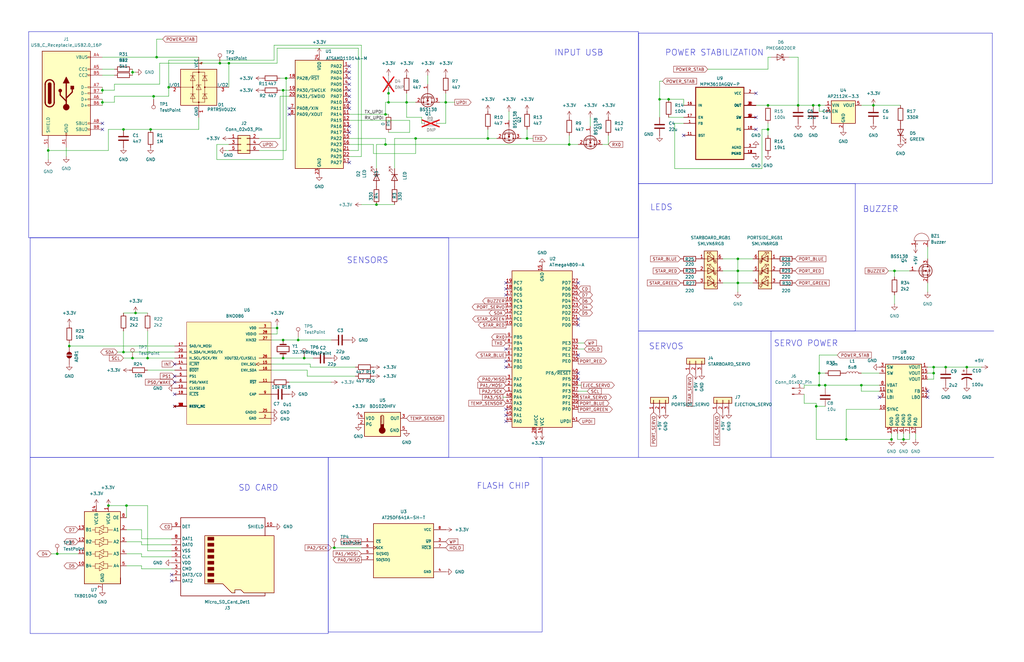
<source format=kicad_sch>
(kicad_sch (version 20231120) (generator "eeschema") (generator_version "8.0")
  (paper "USLedger")
  (junction (at 162.56 48.26))
  (junction (at 345.44 157.48))
  (junction (at 71.12 36.83))
  (junction (at 323.85 54.61))
  (junction (at 43.18 43.18))
  (junction (at 119.38 151.13))
  (junction (at 119.38 143.51))
  (junction (at 368.3 44.45))
  (junction (at 171.45 43.18))
  (junction (at 356.87 185.42))
  (junction (at 240.03 60.96))
  (junction (at 24.13 233.68))
  (junction (at 125.73 143.51))
  (junction (at 345.44 162.56))
  (junction (at 162.56 60.96))
  (junction (at 205.74 58.42))
  (junction (at 66.04 24.13))
  (junction (at 311.15 114.3))
  (junction (at 222.25 58.42))
  (junction (at 62.23 151.13))
  (junction (at 381 185.42))
  (junction (at 55.88 30.48))
  (junction (at 344.17 171.45))
  (junction (at 120.65 33.02))
  (junction (at 163.83 43.18))
  (junction (at 45.72 213.36))
  (junction (at 92.71 26.67))
  (junction (at 55.88 151.13))
  (junction (at 96.52 26.67))
  (junction (at 52.07 54.61))
  (junction (at 336.55 44.45))
  (junction (at 278.13 41.91))
  (junction (at 43.18 38.1))
  (junction (at 311.15 119.38))
  (junction (at 29.21 146.05))
  (junction (at 140.97 231.14))
  (junction (at 53.34 213.36))
  (junction (at 281.94 41.91))
  (junction (at 398.78 154.94))
  (junction (at 20.32 63.5))
  (junction (at 393.7 157.48))
  (junction (at 116.84 138.43))
  (junction (at 57.15 132.08))
  (junction (at 187.96 43.18))
  (junction (at 52.07 148.59))
  (junction (at 175.26 58.42))
  (junction (at 128.27 151.13))
  (junction (at 64.77 40.64))
  (junction (at 342.9 44.45))
  (junction (at 393.7 154.94))
  (junction (at 377.19 114.3))
  (junction (at 375.92 185.42))
  (junction (at 347.98 162.56))
  (junction (at 345.44 44.45))
  (junction (at 158.75 86.36))
  (junction (at 363.22 162.56))
  (junction (at 323.85 44.45))
  (junction (at 63.5 54.61))
  (junction (at 163.83 39.37))
  (junction (at 407.67 154.94))
  (junction (at 119.38 38.1))
  (junction (at 311.15 109.22))
  (no_connect (at 243.84 137.16))
  (no_connect (at 73.66 158.75))
  (no_connect (at 147.32 55.88))
  (no_connect (at 213.36 154.94))
  (no_connect (at 391.16 165.1))
  (no_connect (at 391.16 167.64))
  (no_connect (at 73.66 153.67))
  (no_connect (at 147.32 33.02))
  (no_connect (at 147.32 53.34))
  (no_connect (at 147.32 27.94))
  (no_connect (at 147.32 40.64))
  (no_connect (at 147.32 38.1))
  (no_connect (at 121.92 48.26))
  (no_connect (at 318.77 54.61))
  (no_connect (at 213.36 177.8))
  (no_connect (at 288.29 57.15))
  (no_connect (at 147.32 43.18))
  (no_connect (at 43.18 54.61))
  (no_connect (at 147.32 30.48))
  (no_connect (at 243.84 149.86))
  (no_connect (at 243.84 160.02))
  (no_connect (at 121.92 45.72))
  (no_connect (at 213.36 152.4))
  (no_connect (at 73.66 171.45))
  (no_connect (at 73.66 166.37))
  (no_connect (at 370.84 167.64))
  (no_connect (at 213.36 172.72))
  (no_connect (at 213.36 175.26))
  (no_connect (at 243.84 134.62))
  (no_connect (at 72.39 242.57))
  (no_connect (at 147.32 68.58))
  (no_connect (at 72.39 245.11))
  (no_connect (at 213.36 124.46))
  (no_connect (at 147.32 45.72))
  (no_connect (at 213.36 119.38))
  (no_connect (at 147.32 35.56))
  (no_connect (at 213.36 147.32))
  (no_connect (at 243.84 157.48))
  (no_connect (at 243.84 119.38))
  (no_connect (at 43.18 52.07))
  (no_connect (at 318.77 39.37))
  (no_connect (at 73.66 161.29))
  (no_connect (at 213.36 121.92))
  (no_connect (at 318.77 49.53))
  (wire (pts (xy 311.15 123.19) (xy 311.15 119.38)))
  (wire (pts (xy 53.34 213.36) (xy 62.23 213.36)))
  (wire (pts (xy 162.56 58.42) (xy 162.56 60.96)))
  (wire (pts (xy 386.08 185.42) (xy 386.08 182.88)))
  (wire (pts (xy 68.58 16.51) (xy 66.04 16.51)))
  (wire (pts (xy 398.78 154.94) (xy 407.67 154.94)))
  (wire (pts (xy 125.73 142.24) (xy 125.73 143.51)))
  (wire (pts (xy 119.38 151.13) (xy 128.27 151.13)))
  (wire (pts (xy 114.3 140.97) (xy 116.84 140.97)))
  (wire (pts (xy 71.12 25.4) (xy 115.57 25.4)))
  (wire (pts (xy 345.44 162.56) (xy 347.98 162.56)))
  (wire (pts (xy 120.65 33.02) (xy 118.11 33.02)))
  (wire (pts (xy 147.32 48.26) (xy 162.56 48.26)))
  (wire (pts (xy 118.11 40.64) (xy 121.92 40.64)))
  (wire (pts (xy 377.19 114.3) (xy 383.54 114.3)))
  (wire (pts (xy 311.15 109.22) (xy 317.5 109.22)))
  (wire (pts (xy 284.48 52.07) (xy 284.48 71.12)))
  (wire (pts (xy 43.18 36.83) (xy 43.18 38.1)))
  (wire (pts (xy 256.54 60.96) (xy 254 60.96)))
  (wire (pts (xy 92.71 26.67) (xy 96.52 26.67)))
  (wire (pts (xy 116.84 26.67) (xy 116.84 20.32)))
  (wire (pts (xy 187.96 43.18) (xy 185.42 43.18)))
  (wire (pts (xy 356.87 172.72) (xy 370.84 172.72)))
  (wire (pts (xy 240.03 60.96) (xy 243.84 60.96)))
  (polyline (pts (xy 325.12 193.04) (xy 325.12 139.7)))
  (wire (pts (xy 109.22 63.5) (xy 120.65 63.5)))
  (wire (pts (xy 393.7 160.02) (xy 393.7 157.48)))
  (wire (pts (xy 212.09 167.64) (xy 213.36 167.64)))
  (wire (pts (xy 52.07 54.61) (xy 63.5 54.61)))
  (wire (pts (xy 43.18 43.18) (xy 48.26 43.18)))
  (wire (pts (xy 114.3 143.51) (xy 119.38 143.51)))
  (wire (pts (xy 363.22 44.45) (xy 368.3 44.45)))
  (wire (pts (xy 304.8 114.3) (xy 311.15 114.3)))
  (wire (pts (xy 128.27 151.13) (xy 132.08 151.13)))
  (wire (pts (xy 62.23 156.21) (xy 73.66 156.21)))
  (wire (pts (xy 281.94 49.53) (xy 288.29 49.53)))
  (wire (pts (xy 163.83 43.18) (xy 171.45 43.18)))
  (wire (pts (xy 27.94 66.04) (xy 27.94 62.23)))
  (wire (pts (xy 166.37 58.42) (xy 175.26 58.42)))
  (wire (pts (xy 115.57 19.05) (xy 152.4 19.05)))
  (wire (pts (xy 121.92 161.29) (xy 139.7 161.29)))
  (wire (pts (xy 83.82 54.61) (xy 83.82 49.53)))
  (wire (pts (xy 278.13 34.29) (xy 278.13 41.91)))
  (wire (pts (xy 374.65 114.3) (xy 377.19 114.3)))
  (wire (pts (xy 391.16 104.14) (xy 391.16 109.22)))
  (wire (pts (xy 311.15 114.3) (xy 311.15 109.22)))
  (wire (pts (xy 205.74 58.42) (xy 209.55 58.42)))
  (wire (pts (xy 43.18 38.1) (xy 43.18 39.37)))
  (wire (pts (xy 318.77 44.45) (xy 323.85 44.45)))
  (wire (pts (xy 62.23 213.36) (xy 62.23 232.41)))
  (wire (pts (xy 323.85 24.13) (xy 325.12 24.13)))
  (wire (pts (xy 345.44 157.48) (xy 347.98 157.48)))
  (wire (pts (xy 323.85 44.45) (xy 336.55 44.45)))
  (wire (pts (xy 381 182.88) (xy 381 185.42)))
  (wire (pts (xy 163.83 39.37) (xy 163.83 43.18)))
  (wire (pts (xy 49.53 148.59) (xy 52.07 148.59)))
  (wire (pts (xy 119.38 143.51) (xy 125.73 143.51)))
  (wire (pts (xy 114.3 151.13) (xy 119.38 151.13)))
  (wire (pts (xy 91.44 60.96) (xy 96.52 60.96)))
  (wire (pts (xy 171.45 43.18) (xy 175.26 43.18)))
  (wire (pts (xy 43.18 43.18) (xy 43.18 44.45)))
  (wire (pts (xy 332.74 24.13) (xy 336.55 24.13)))
  (wire (pts (xy 391.16 157.48) (xy 393.7 157.48)))
  (wire (pts (xy 59.69 228.6) (xy 53.34 228.6)))
  (wire (pts (xy 304.8 119.38) (xy 311.15 119.38)))
  (wire (pts (xy 116.84 140.97) (xy 116.84 138.43)))
  (wire (pts (xy 158.75 86.36) (xy 166.37 86.36)))
  (wire (pts (xy 347.98 162.56) (xy 347.98 163.83)))
  (wire (pts (xy 279.4 34.29) (xy 278.13 34.29)))
  (wire (pts (xy 63.5 54.61) (xy 83.82 54.61)))
  (wire (pts (xy 157.48 64.77) (xy 175.26 64.77)))
  (wire (pts (xy 20.32 63.5) (xy 20.32 67.31)))
  (wire (pts (xy 345.44 149.86) (xy 345.44 157.48)))
  (wire (pts (xy 245.11 162.56) (xy 243.84 162.56)))
  (wire (pts (xy 52.07 139.7) (xy 52.07 148.59)))
  (wire (pts (xy 66.04 24.13) (xy 83.82 24.13)))
  (wire (pts (xy 152.4 86.36) (xy 158.75 86.36)))
  (wire (pts (xy 114.3 156.21) (xy 129.54 156.21)))
  (wire (pts (xy 278.13 41.91) (xy 281.94 41.91)))
  (wire (pts (xy 52.07 148.59) (xy 73.66 148.59)))
  (wire (pts (xy 162.56 60.96) (xy 240.03 60.96)))
  (wire (pts (xy 321.31 54.61) (xy 323.85 54.61)))
  (wire (pts (xy 336.55 44.45) (xy 342.9 44.45)))
  (wire (pts (xy 323.85 29.21) (xy 298.45 29.21)))
  (wire (pts (xy 109.22 58.42) (xy 118.11 58.42)))
  (wire (pts (xy 55.88 29.21) (xy 55.88 30.48)))
  (wire (pts (xy 48.26 38.1) (xy 43.18 38.1)))
  (wire (pts (xy 147.32 60.96) (xy 157.48 60.96)))
  (wire (pts (xy 24.13 233.68) (xy 33.02 233.68)))
  (wire (pts (xy 163.83 36.83) (xy 163.83 39.37)))
  (wire (pts (xy 175.26 64.77) (xy 175.26 58.42)))
  (wire (pts (xy 281.94 41.91) (xy 288.29 41.91)))
  (wire (pts (xy 383.54 185.42) (xy 383.54 182.88)))
  (wire (pts (xy 344.17 171.45) (xy 344.17 170.18)))
  (wire (pts (xy 59.69 238.76) (xy 53.34 238.76)))
  (wire (pts (xy 116.84 20.32) (xy 151.13 20.32)))
  (wire (pts (xy 43.18 31.75) (xy 48.26 31.75)))
  (wire (pts (xy 311.15 114.3) (xy 317.5 114.3)))
  (wire (pts (xy 344.17 185.42) (xy 356.87 185.42)))
  (wire (pts (xy 53.34 213.36) (xy 53.34 218.44)))
  (wire (pts (xy 162.56 48.26) (xy 162.56 43.18)))
  (wire (pts (xy 353.06 149.86) (xy 345.44 149.86)))
  (wire (pts (xy 59.69 234.95) (xy 59.69 233.68)))
  (wire (pts (xy 344.17 171.45) (xy 347.98 171.45)))
  (wire (pts (xy 130.81 153.67) (xy 130.81 154.94)))
  (wire (pts (xy 59.69 233.68) (xy 53.34 233.68)))
  (wire (pts (xy 64.77 41.91) (xy 64.77 40.64)))
  (wire (pts (xy 222.25 58.42) (xy 224.79 58.42)))
  (wire (pts (xy 363.22 162.56) (xy 363.22 165.1)))
  (wire (pts (xy 345.44 46.99) (xy 347.98 46.99)))
  (wire (pts (xy 151.13 20.32) (xy 151.13 63.5)))
  (wire (pts (xy 43.18 41.91) (xy 43.18 43.18)))
  (wire (pts (xy 96.52 26.67) (xy 96.52 36.83)))
  (wire (pts (xy 311.15 109.22) (xy 304.8 109.22)))
  (wire (pts (xy 57.15 132.08) (xy 62.23 132.08)))
  (wire (pts (xy 45.72 63.5) (xy 45.72 54.61)))
  (wire (pts (xy 129.54 156.21) (xy 129.54 158.75)))
  (wire (pts (xy 356.87 185.42) (xy 375.92 185.42)))
  (wire (pts (xy 67.31 26.67) (xy 92.71 26.67)))
  (wire (pts (xy 342.9 44.45) (xy 345.44 44.45)))
  (wire (pts (xy 45.72 54.61) (xy 52.07 54.61)))
  (wire (pts (xy 191.77 43.18) (xy 187.96 43.18)))
  (wire (pts (xy 243.84 144.78) (xy 246.38 144.78)))
  (polyline (pts (xy 269.24 193.04) (xy 269.24 139.7)))
  (wire (pts (xy 248.92 49.53) (xy 248.92 53.34)))
  (wire (pts (xy 172.72 50.8) (xy 172.72 55.88)))
  (wire (pts (xy 321.31 71.12) (xy 321.31 54.61)))
  (wire (pts (xy 62.23 232.41) (xy 72.39 232.41)))
  (wire (pts (xy 407.67 154.94) (xy 414.02 154.94)))
  (wire (pts (xy 62.23 139.7) (xy 62.23 151.13)))
  (wire (pts (xy 171.45 39.37) (xy 171.45 43.18)))
  (wire (pts (xy 347.98 162.56) (xy 363.22 162.56)))
  (wire (pts (xy 185.42 52.07) (xy 187.96 52.07)))
  (wire (pts (xy 73.66 146.05) (xy 29.21 146.05)))
  (wire (pts (xy 55.88 30.48) (xy 57.15 30.48)))
  (wire (pts (xy 363.22 162.56) (xy 370.84 162.56)))
  (wire (pts (xy 278.13 49.53) (xy 278.13 41.91)))
  (wire (pts (xy 129.54 158.75) (xy 149.86 158.75)))
  (wire (pts (xy 115.57 25.4) (xy 115.57 19.05)))
  (wire (pts (xy 66.04 16.51) (xy 66.04 24.13)))
  (wire (pts (xy 118.11 58.42) (xy 118.11 40.64)))
  (wire (pts (xy 240.03 57.15) (xy 240.03 60.96)))
  (wire (pts (xy 166.37 58.42) (xy 166.37 71.12)))
  (wire (pts (xy 171.45 49.53) (xy 177.8 49.53)))
  (wire (pts (xy 162.56 48.26) (xy 163.83 48.26)))
  (wire (pts (xy 43.18 29.21) (xy 48.26 29.21)))
  (wire (pts (xy 158.75 60.96) (xy 158.75 71.12)))
  (wire (pts (xy 152.4 66.04) (xy 147.32 66.04)))
  (wire (pts (xy 247.65 165.1) (xy 243.84 165.1)))
  (wire (pts (xy 393.7 157.48) (xy 393.7 154.94)))
  (wire (pts (xy 91.44 67.31) (xy 91.44 60.96)))
  (wire (pts (xy 323.85 24.13) (xy 323.85 29.21)))
  (wire (pts (xy 67.31 35.56) (xy 67.31 26.67)))
  (wire (pts (xy 175.26 58.42) (xy 205.74 58.42)))
  (wire (pts (xy 59.69 229.87) (xy 72.39 229.87)))
  (wire (pts (xy 20.32 62.23) (xy 20.32 63.5)))
  (wire (pts (xy 222.25 54.61) (xy 222.25 58.42)))
  (wire (pts (xy 20.32 63.5) (xy 45.72 63.5)))
  (wire (pts (xy 118.11 38.1) (xy 119.38 38.1)))
  (wire (pts (xy 356.87 172.72) (xy 356.87 185.42)))
  (wire (pts (xy 71.12 36.83) (xy 71.12 25.4)))
  (wire (pts (xy 378.46 185.42) (xy 381 185.42)))
  (wire (pts (xy 205.74 54.61) (xy 205.74 58.42)))
  (wire (pts (xy 157.48 60.96) (xy 157.48 64.77)))
  (wire (pts (xy 59.69 227.33) (xy 59.69 223.52)))
  (wire (pts (xy 171.45 43.18) (xy 171.45 49.53)))
  (wire (pts (xy 339.09 166.37) (xy 339.09 170.18)))
  (wire (pts (xy 162.56 43.18) (xy 163.83 43.18)))
  (wire (pts (xy 177.8 49.53) (xy 177.8 52.07)))
  (wire (pts (xy 311.15 119.38) (xy 311.15 114.3)))
  (wire (pts (xy 323.85 54.61) (xy 323.85 57.15)))
  (wire (pts (xy 344.17 171.45) (xy 344.17 185.42)))
  (wire (pts (xy 339.09 162.56) (xy 339.09 163.83)))
  (wire (pts (xy 311.15 119.38) (xy 317.5 119.38)))
  (wire (pts (xy 116.84 138.43) (xy 116.84 137.16)))
  (wire (pts (xy 52.07 151.13) (xy 55.88 151.13)))
  (wire (pts (xy 96.52 26.67) (xy 116.84 26.67)))
  (wire (pts (xy 243.84 147.32) (xy 246.38 147.32)))
  (wire (pts (xy 381 185.42) (xy 383.54 185.42)))
  (wire (pts (xy 288.29 52.07) (xy 284.48 52.07)))
  (wire (pts (xy 59.69 223.52) (xy 53.34 223.52)))
  (wire (pts (xy 378.46 182.88) (xy 378.46 185.42)))
  (wire (pts (xy 21.59 233.68) (xy 24.13 233.68)))
  (wire (pts (xy 119.38 67.31) (xy 91.44 67.31)))
  (wire (pts (xy 180.34 31.75) (xy 180.34 35.56)))
  (wire (pts (xy 147.32 58.42) (xy 162.56 58.42)))
  (wire (pts (xy 48.26 35.56) (xy 48.26 38.1)))
  (wire (pts (xy 59.69 229.87) (xy 59.69 228.6)))
  (wire (pts (xy 368.3 44.45) (xy 379.73 44.45)))
  (wire (pts (xy 52.07 132.08) (xy 57.15 132.08)))
  (wire (pts (xy 55.88 151.13) (xy 62.23 151.13)))
  (wire (pts (xy 363.22 165.1) (xy 370.84 165.1)))
  (wire (pts (xy 391.16 160.02) (xy 393.7 160.02)))
  (wire (pts (xy 284.48 71.12) (xy 321.31 71.12)))
  (wire (pts (xy 151.13 63.5) (xy 147.32 63.5)))
  (wire (pts (xy 48.26 35.56) (xy 67.31 35.56)))
  (wire (pts (xy 377.19 114.3) (xy 377.19 116.84)))
  (wire (pts (xy 375.92 185.42) (xy 375.92 182.88)))
  (wire (pts (xy 288.29 41.91) (xy 288.29 44.45)))
  (wire (pts (xy 345.44 157.48) (xy 345.44 162.56)))
  (wire (pts (xy 43.18 24.13) (xy 66.04 24.13)))
  (wire (pts (xy 256.54 57.15) (xy 256.54 60.96)))
  (wire (pts (xy 29.21 146.05) (xy 29.21 144.78)))
  (wire (pts (xy 152.4 19.05) (xy 152.4 66.04)))
  (polyline (pts (xy 227.33 193.04) (xy 419.1 193.04)))
  (wire (pts (xy 130.81 154.94) (xy 149.86 154.94)))
  (wire (pts (xy 214.63 46.99) (xy 214.63 50.8)))
  (wire (pts (xy 96.52 63.5) (xy 95.25 63.5)))
  (wire (pts (xy 336.55 24.13) (xy 336.55 44.45)))
  (wire (pts (xy 187.96 52.07) (xy 187.96 43.18)))
  (wire (pts (xy 114.3 138.43) (xy 116.84 138.43)))
  (wire (pts (xy 187.96 39.37) (xy 187.96 43.18)))
  (wire (pts (xy 121.92 33.02) (xy 120.65 33.02)))
  (wire (pts (xy 59.69 240.03) (xy 59.69 238.76)))
  (wire (pts (xy 45.72 213.36) (xy 53.34 213.36)))
  (wire (pts (xy 323.85 52.07) (xy 323.85 54.61)))
  (wire (pts (xy 119.38 38.1) (xy 119.38 67.31)))
  (wire (pts (xy 48.26 40.64) (xy 48.26 43.18)))
  (wire (pts (xy 120.65 63.5) (xy 120.65 33.02)))
  (wire (pts (xy 345.44 44.45) (xy 345.44 46.99)))
  (wire (pts (xy 64.77 40.64) (xy 71.12 40.64)))
  (wire (pts (xy 391.16 119.38) (xy 391.16 123.19)))
  (wire (pts (xy 222.25 58.42) (xy 219.71 58.42)))
  (wire (pts (xy 71.12 40.64) (xy 71.12 36.83)))
  (wire (pts (xy 158.75 60.96) (xy 162.56 60.96)))
  (wire (pts (xy 62.23 151.13) (xy 73.66 151.13)))
  (wire (pts (xy 119.38 38.1) (xy 121.92 38.1)))
  (wire (pts (xy 125.73 143.51) (xy 139.7 143.51)))
  (wire (pts (xy 55.88 30.48) (xy 55.88 31.75)))
  (wire (pts (xy 363.22 157.48) (xy 370.84 157.48)))
  (wire (pts (xy 140.97 231.14) (xy 152.4 231.14)))
  (wire (pts (xy 339.09 170.18) (xy 344.17 170.18)))
  (wire (pts (xy 393.7 154.94) (xy 398.78 154.94)))
  (wire (pts (xy 147.32 50.8) (xy 172.72 50.8)))
  (wire (pts (xy 377.19 124.46) (xy 377.19 128.27)))
  (wire (pts (xy 48.26 40.64) (xy 64.77 40.64)))
  (wire (pts (xy 391.16 154.94) (xy 393.7 154.94)))
  (wire (pts (xy 172.72 55.88) (xy 163.83 55.88)))
  (polyline (pts (xy 269.24 139.7) (xy 419.1 139.7)))
  (wire (pts (xy 59.69 234.95) (xy 72.39 234.95)))
  (wire (pts (xy 339.09 162.56) (xy 345.44 162.56)))
  (wire (pts (xy 345.44 44.45) (xy 347.98 44.45)))
  (wire (pts (xy 139.7 231.14) (xy 140.97 231.14)))
  (wire (pts (xy 72.39 240.03) (xy 59.69 240.03)))
  (wire (pts (xy 59.69 227.33) (xy 72.39 227.33)))
  (wire (pts (xy 114.3 153.67) (xy 130.81 153.67)))
  (rectangle (start 12.065 13.335) (end 269.24 100.33))
  (rectangle (start 12.7 100.33) (end 189.23 193.04))
  (rectangle (start 138.43 193.04) (end 228.6 266.7))
  (rectangle (start 12.7 193.04) (end 138.43 267.335))
  (rectangle (start 269.24 13.97) (end 418.465 77.47))
  (rectangle (start 269.24 77.47) (end 360.68 139.7))
  (text "SD CARD\n" (at 108.966 205.994 0) (effects (font (size 2.54 2.54))))
  (text "INPUT USB" (at 244.094 22.352 0) (effects (font (size 2.54 2.54))))
  (text "BUZZER\n" (at 371.348 88.392 0) (effects (font (size 2.54 2.54))))
  (text "POWER STABILIZATION" (at 301.244 22.352 0) (effects (font (size 2.54 2.54))))
  (text "FLASH CHIP\n" (at 212.2747 205.1733 0) (effects (font (size 2.54 2.54))))
  (text "SENSORS " (at 155.956 109.982 0) (effects (font (size 2.54 2.54))))
  (text "SERVOS\n" (at 280.924 146.304 0) (effects (font (size 2.54 2.54))))
  (text "LEDS\n" (at 278.892 87.63 0) (effects (font (size 2.54 2.54))))
  (text "SERVO POWER\n\n" (at 339.852 147.066 0) (effects (font (size 2.54 2.54))))
  (label "RX_UPDI" (at 153.67 50.8 0))
  (label "TX_UPDI" (at 153.67 48.26 0))
  (global_label "EJEC_SERVO" (shape output) (at 245.11 162.56 0) (property "Intersheetrefs" "${INTERSHEET_REFS}" (effects (hide yes))))
  (global_label "SDA" (shape bidirectional) (at 49.53 148.59 180) (property "Intersheetrefs" "${INTERSHEET_REFS}" (effects (hide yes))))
  (global_label "TX0" (shape input) (at 213.36 144.78 180) (property "Intersheetrefs" "${INTERSHEET_REFS}" (effects (hide yes))))
  (global_label "RX0" (shape input) (at 256.54 60.96 0) (property "Intersheetrefs" "${INTERSHEET_REFS}" (effects (hide yes))))
  (global_label "BUZZER" (shape input) (at 374.65 114.3 180) (property "Intersheetrefs" "${INTERSHEET_REFS}" (effects (hide yes))))
  (global_label "STAR_RED" (shape input) (at 287.02 114.3 180) (property "Intersheetrefs" "${INTERSHEET_REFS}" (effects (hide yes))))
  (global_label "TX0" (shape output) (at 224.79 58.42 0) (property "Intersheetrefs" "${INTERSHEET_REFS}" (effects (hide yes))))
  (global_label "STAR_GREEN" (shape output) (at 213.36 134.62 180) (property "Intersheetrefs" "${INTERSHEET_REFS}" (effects (hide yes))))
  (global_label "PORT_BLUE" (shape output) (at 243.84 170.18 0) (property "Intersheetrefs" "${INTERSHEET_REFS}" (effects (hide yes))))
  (global_label "CD" (shape output) (at 72.39 222.25 180) (property "Intersheetrefs" "${INTERSHEET_REFS}" (effects (hide yes))))
  (global_label "UPDI" (shape input) (at 243.84 177.8 0) (property "Intersheetrefs" "${INTERSHEET_REFS}" (effects (hide yes))))
  (global_label "PA0{slash}MISO" (shape output) (at 213.36 160.02 180) (property "Intersheetrefs" "${INTERSHEET_REFS}" (effects (hide yes))))
  (global_label "POWER_STAB" (shape input) (at 68.58 16.51 0) (property "Intersheetrefs" "${INTERSHEET_REFS}" (effects (hide yes))))
  (global_label "SCL" (shape input) (at 52.07 151.13 180) (property "Intersheetrefs" "${INTERSHEET_REFS}" (effects (hide yes))))
  (global_label "PORT_SERVO" (shape input) (at 275.59 173.99 270) (property "Intersheetrefs" "${INTERSHEET_REFS}" (effects (hide yes))))
  (global_label "D4" (shape bidirectional) (at 21.59 233.68 180) (property "Intersheetrefs" "${INTERSHEET_REFS}" (effects (hide yes))))
  (global_label "PA2{slash}SCK" (shape input) (at 213.36 165.1 180) (property "Intersheetrefs" "${INTERSHEET_REFS}" (effects (hide yes))))
  (global_label "D6" (shape bidirectional) (at 243.84 127 0) (property "Intersheetrefs" "${INTERSHEET_REFS}" (effects (hide yes))))
  (global_label "D5" (shape bidirectional) (at 33.02 238.76 180) (property "Intersheetrefs" "${INTERSHEET_REFS}" (effects (hide yes))))
  (global_label "CD" (shape input) (at 243.84 121.92 0) (property "Intersheetrefs" "${INTERSHEET_REFS}" (effects (hide yes))))
  (global_label "PORT_RED" (shape output) (at 243.84 152.4 0) (property "Intersheetrefs" "${INTERSHEET_REFS}" (effects (hide yes))))
  (global_label "STAR_BLUE" (shape input) (at 287.02 109.22 180) (property "Intersheetrefs" "${INTERSHEET_REFS}" (effects (hide yes))))
  (global_label "WP" (shape input) (at 246.38 144.78 0) (property "Intersheetrefs" "${INTERSHEET_REFS}" (effects (hide yes))))
  (global_label "RX0" (shape output) (at 213.36 142.24 180) (property "Intersheetrefs" "${INTERSHEET_REFS}" (effects (hide yes))))
  (global_label "POWER_STAB" (shape input) (at 353.06 149.86 0) (property "Intersheetrefs" "${INTERSHEET_REFS}" (effects (hide yes))))
  (global_label "INT" (shape input) (at 73.66 153.67 180) (property "Intersheetrefs" "${INTERSHEET_REFS}" (effects (hide yes))))
  (global_label "PA1{slash}MOSI" (shape input) (at 152.4 233.68 180) (property "Intersheetrefs" "${INTERSHEET_REFS}" (effects (hide yes))))
  (global_label "D7" (shape bidirectional) (at 243.84 124.46 0) (property "Intersheetrefs" "${INTERSHEET_REFS}" (effects (hide yes))))
  (global_label "STAR_RED" (shape output) (at 213.36 137.16 180) (property "Intersheetrefs" "${INTERSHEET_REFS}" (effects (hide yes))))
  (global_label "UPDI" (shape bidirectional) (at 109.22 60.96 0) (property "Intersheetrefs" "${INTERSHEET_REFS}" (effects (hide yes))))
  (global_label "PORT_GREEN" (shape input) (at 335.28 119.38 0) (property "Intersheetrefs" "${INTERSHEET_REFS}" (effects (hide yes))))
  (global_label "PA2{slash}SCK" (shape input) (at 139.7 231.14 180) (property "Intersheetrefs" "${INTERSHEET_REFS}" (effects (hide yes))))
  (global_label "PORT_BLUE" (shape input) (at 335.28 109.22 0) (property "Intersheetrefs" "${INTERSHEET_REFS}" (effects (hide yes))))
  (global_label "POWER_STAB" (shape input) (at 298.45 29.21 180) (property "Intersheetrefs" "${INTERSHEET_REFS}" (effects (hide yes))))
  (global_label "TEMP_SENSOR" (shape input) (at 171.45 176.53 0) (property "Intersheetrefs" "${INTERSHEET_REFS}" (effects (hide yes))))
  (global_label "STAR_GREEN" (shape input) (at 287.02 119.38 180) (property "Intersheetrefs" "${INTERSHEET_REFS}" (effects (hide yes))))
  (global_label "PA0{slash}MISO" (shape output) (at 152.4 236.22 180) (property "Intersheetrefs" "${INTERSHEET_REFS}" (effects (hide yes))))
  (global_label "SCL" (shape input) (at 247.65 165.1 0) (property "Intersheetrefs" "${INTERSHEET_REFS}" (effects (hide yes))))
  (global_label "D6" (shape bidirectional) (at 33.02 228.6 180) (property "Intersheetrefs" "${INTERSHEET_REFS}" (effects (hide yes))))
  (global_label "D4" (shape bidirectional) (at 243.84 129.54 0) (property "Intersheetrefs" "${INTERSHEET_REFS}" (effects (hide yes))))
  (global_label "BUZZER" (shape output) (at 213.36 127 180) (property "Intersheetrefs" "${INTERSHEET_REFS}" (effects (hide yes))))
  (global_label "STAR_SERVO" (shape input) (at 290.83 157.48 270) (property "Intersheetrefs" "${INTERSHEET_REFS}" (effects (hide yes))))
  (global_label "PA1{slash}MOSI" (shape input) (at 213.36 162.56 180) (property "Intersheetrefs" "${INTERSHEET_REFS}" (effects (hide yes))))
  (global_label "PORT_SERVO" (shape output) (at 213.36 129.54 180) (property "Intersheetrefs" "${INTERSHEET_REFS}" (effects (hide yes))))
  (global_label "EJEC_SERVO" (shape input) (at 302.26 173.99 270) (property "Intersheetrefs" "${INTERSHEET_REFS}" (effects (hide yes))))
  (global_label "WP" (shape input) (at 187.96 228.6 0) (property "Intersheetrefs" "${INTERSHEET_REFS}" (effects (hide yes))))
  (global_label "SDA" (shape bidirectional) (at 213.36 132.08 180) (property "Intersheetrefs" "${INTERSHEET_REFS}" (effects (hide yes))))
  (global_label "D7" (shape bidirectional) (at 33.02 223.52 180) (property "Intersheetrefs" "${INTERSHEET_REFS}" (effects (hide yes))))
  (global_label "PS0{slash}WAKE" (shape input) (at 73.66 161.29 180) (property "Intersheetrefs" "${INTERSHEET_REFS}" (effects (hide yes))))
  (global_label "TEMP_SENSOR" (shape input) (at 213.36 170.18 180) (property "Intersheetrefs" "${INTERSHEET_REFS}" (effects (hide yes))))
  (global_label "UPDI" (shape output) (at 191.77 43.18 0) (property "Intersheetrefs" "${INTERSHEET_REFS}" (effects (hide yes))))
  (global_label "POWER_STAB" (shape input) (at 279.4 34.29 0) (property "Intersheetrefs" "${INTERSHEET_REFS}" (effects (hide yes))))
  (global_label "HOLD" (shape input) (at 246.38 147.32 0) (property "Intersheetrefs" "${INTERSHEET_REFS}" (effects (hide yes))))
  (global_label "D5" (shape bidirectional) (at 243.84 132.08 0) (property "Intersheetrefs" "${INTERSHEET_REFS}" (effects (hide yes))))
  (global_label "PORT_RED" (shape input) (at 335.28 114.3 0) (property "Intersheetrefs" "${INTERSHEET_REFS}" (effects (hide yes))))
  (global_label "PA3{slash}SS" (shape passive) (at 152.4 228.6 180) (property "Intersheetrefs" "${INTERSHEET_REFS}" (effects (hide yes))))
  (global_label "PS1" (shape input) (at 73.66 158.75 180) (property "Intersheetrefs" "${INTERSHEET_REFS}" (effects (hide yes))))
  (global_label "STAR_BLUE" (shape output) (at 213.36 149.86 180) (property "Intersheetrefs" "${INTERSHEET_REFS}" (effects (hide yes))))
  (global_label "PORT_GREEN" (shape output) (at 243.84 172.72 0) (property "Intersheetrefs" "${INTERSHEET_REFS}" (effects (hide yes))))
  (global_label "PA3{slash}SS" (shape passive) (at 212.09 167.64 180) (property "Intersheetrefs" "${INTERSHEET_REFS}" (effects (hide yes))))
  (global_label "STAR_SERVO" (shape output) (at 243.84 167.64 0) (property "Intersheetrefs" "${INTERSHEET_REFS}" (effects (hide yes))))
  (global_label "HOLD" (shape input) (at 187.96 231.14 0) (property "Intersheetrefs" "${INTERSHEET_REFS}" (effects (hide yes))))
  (symbol (lib_id "power:GND") (at 171.45 181.61 0) (unit 1)
    (property "Reference" "#PWR075" (effects (hide yes)))
    (property "Value" "GND" (at 171.45 186.69 0))
    (property "Description" "Power symbol creates a global label with name \"GND\" , ground" (effects (hide yes)))
  )
  (symbol (lib_id "power:GND") (at 151.13 179.07 0) (unit 1)
    (property "Reference" "#PWR024" (effects (hide yes)))
    (property "Value" "GND" (at 151.13 184.15 0))
    (property "Description" "Power symbol creates a global label with name \"GND\" , ground" (effects (hide yes)))
  )
  (symbol (lib_id "Device:R") (at 118.11 161.29 90) (unit 1)
    (property "Reference" "R18" (at 120.65 163.322 90))
    (property "Value" "10k" (at 116.332 163.322 90))
    (property "Footprint" "Resistor_SMD:R_0402_1005Metric" (effects (hide yes)))
    (property "Description" "Resistor" (effects (hide yes)))
  )
  (symbol (lib_id "Connector:TestPoint") (at 24.13 233.68 0) (unit 1)
    (property "Reference" "TP3" (at 26.67 229.1079 0) (effects (justify left)))
    (property "Value" "TestPoint" (at 26.67 231.6479 0) (effects (justify left)))
    (property "Footprint" "TestPoint:TestPoint_Pad_1.0x1.0mm" (effects (hide yes)))
    (property "Description" "test point" (effects (hide yes)))
  )
  (symbol (lib_id "power:GND") (at 114.3 173.99 90) (unit 1)
    (property "Reference" "#PWR036" (effects (hide yes)))
    (property "Value" "GND" (at 118.11 173.9899 90) (effects (justify right)))
    (property "Description" "Power symbol creates a global label with name \"GND\" , ground" (effects (hide yes)))
  )
  (symbol (lib_id "Connector:TestPoint") (at 55.88 151.13 0) (unit 1)
    (property "Reference" "TP7" (at 58.42 146.5579 0) (effects (justify left)))
    (property "Value" "TestPoint" (at 58.42 149.0979 0) (effects (justify left)))
    (property "Footprint" "TestPoint:TestPoint_Pad_1.0x1.0mm" (effects (hide yes)))
    (property "Description" "test point" (effects (hide yes)))
  )
  (symbol (lib_id "Device:R") (at 290.83 109.22 90) (unit 1)
    (property "Reference" "R25" (at 290.83 109.474 90))
    (property "Value" "220" (at 290.83 111.506 90))
    (property "Footprint" "Resistor_SMD:R_0402_1005Metric" (effects (hide yes)))
    (property "Description" "Resistor" (effects (hide yes)))
  )
  (symbol (lib_id "power:GND") (at 398.78 162.56 0) (unit 1)
    (property "Reference" "#PWR066" (effects (hide yes)))
    (property "Value" "GND" (at 398.78 167.64 0))
    (property "Description" "Power symbol creates a global label with name \"GND\" , ground" (effects (hide yes)))
  )
  (symbol (lib_id "Device:C") (at 336.55 48.26 0) (unit 1)
    (property "Reference" "C5" (at 340.36 46.9899 0) (effects (justify left)))
    (property "Value" "22u" (at 340.36 49.5299 0) (effects (justify left)))
    (property "Footprint" "Capacitor_SMD:C_0201_0603Metric" (effects (hide yes)))
    (property "Description" "Unpolarized capacitor" (effects (hide yes)))
  )
  (symbol (lib_id "power:GND") (at 391.16 123.19 0) (unit 1)
    (property "Reference" "#PWR070" (effects (hide yes)))
    (property "Value" "GND" (at 391.16 128.27 0))
    (property "Description" "Power symbol creates a global label with name \"GND\" , ground" (effects (hide yes)))
  )
  (symbol (lib_id "power:+3.3V") (at 57.15 132.08 0) (unit 1)
    (property "Reference" "#PWR043" (effects (hide yes)))
    (property "Value" "+3.3V" (at 57.15 127 0))
    (property "Description" "Power symbol creates a global label with name \"+3.3V\"" (effects (hide yes)))
  )
  (symbol (lib_id "Device:C") (at 52.07 58.42 0) (unit 1)
    (property "Reference" "C1" (at 55.88 57.1499 0) (effects (justify left)))
    (property "Value" "4n7" (at 55.88 59.6899 0) (effects (justify left)))
    (property "Footprint" "Capacitor_SMD:C_0201_0603Metric" (effects (hide yes)))
    (property "Description" "Unpolarized capacitor" (effects (hide yes)))
  )
  (symbol (lib_id "Device:R") (at 205.74 50.8 0) (unit 1)
    (property "Reference" "R10" (at 208.28 49.5299 0) (effects (justify left)))
    (property "Value" "4k7" (at 208.28 52.0699 0) (effects (justify left)))
    (property "Footprint" "Resistor_SMD:R_0402_1005Metric" (effects (hide yes)))
    (property "Description" "Resistor" (effects (hide yes)))
  )
  (symbol (lib_id "power:GND") (at 318.77 62.23 180) (unit 1)
    (property "Reference" "#PWR068" (effects (hide yes)))
    (property "Value" "GND" (at 318.77 57.15 0))
    (property "Description" "Power symbol creates a global label with name \"GND\" , ground" (effects (hide yes)))
  )
  (symbol (lib_id "power:+3.3V") (at 228.6 182.88 180) (unit 1)
    (property "Reference" "#PWR054" (effects (hide yes)))
    (property "Value" "+3.3V" (at 226.822 186.944 0))
    (property "Description" "Power symbol creates a global label with name \"+3.3V\"" (effects (hide yes)))
  )
  (symbol (lib_id "Device:R") (at 331.47 119.38 90) (unit 1)
    (property "Reference" "R30" (at 331.724 119.634 90))
    (property "Value" "220" (at 331.47 122.682 90))
    (property "Footprint" "Resistor_SMD:R_0402_1005Metric" (effects (hide yes)))
    (property "Description" "Resistor" (effects (hide yes)))
  )
  (symbol (lib_id "power:GND") (at 307.34 173.99 0) (unit 1)
    (property "Reference" "#PWR064" (effects (hide yes)))
    (property "Value" "GND" (at 307.3401 177.8 90) (effects (justify right)))
    (property "Description" "Power symbol creates a global label with name \"GND\" , ground" (effects (hide yes)))
  )
  (symbol (lib_id "Logic_LevelTranslator:TXB0104D") (at 43.18 231.14 0) (mirror y) (unit 1)
    (property "Reference" "U7" (at 40.9859 248.92 0) (effects (justify left)))
    (property "Value" "TXB0104D" (at 40.9859 251.46 0) (effects (justify left)))
    (property "Footprint" "Package_SO:SOIC-14_3.9x8.7mm_P1.27mm" (effects (hide yes)))
    (property "Datasheet" "http://www.ti.com/lit/ds/symlink/txb0104.pdf" (effects (hide yes)))
    (property "Description" "4-Bit Bidirectional Voltage-Level Translator, Auto Direction Sensing and ±15-kV ESD Protection, 1.2 - 3.6V APort, 1.65 - 5.5V BPort, SOIC-14" (effects (hide yes)))
  )
  (symbol (lib_id "Device:R") (at 114.3 33.02 90) (unit 1)
    (property "Reference" "R11" (at 110.998 35.306 90))
    (property "Value" "4k7" (at 114.808 35.306 90))
    (property "Footprint" "Resistor_SMD:R_0402_1005Metric" (effects (hide yes)))
    (property "Description" "Resistor" (effects (hide yes)))
  )
  (symbol (lib_id "power:GND") (at 121.92 166.37 90) (unit 1)
    (property "Reference" "#PWR039" (effects (hide yes)))
    (property "Value" "GND" (at 125.73 166.3699 90) (effects (justify right)))
    (property "Description" "Power symbol creates a global label with name \"GND\" , ground" (effects (hide yes)))
  )
  (symbol (lib_id "power:+3.3V") (at 110.49 33.02 90) (unit 1)
    (property "Reference" "#PWR07" (effects (hide yes)))
    (property "Value" "+3.3V" (at 106.68 33.0199 90) (effects (justify left)))
    (property "Description" "Power symbol creates a global label with name \"+3.3V\"" (effects (hide yes)))
  )
  (symbol (lib_id "Device:C") (at 347.98 167.64 0) (unit 1)
    (property "Reference" "C8" (at 348.742 170.18 0) (effects (justify left)))
    (property "Value" "10u" (at 348.742 172.72 0) (effects (justify left)))
    (property "Footprint" "Capacitor_SMD:C_0201_0603Metric" (effects (hide yes)))
    (property "Description" "Unpolarized capacitor" (effects (hide yes)))
  )
  (symbol (lib_id "Device:C") (at 135.89 151.13 90) (unit 1)
    (property "Reference" "C2" (at 136.144 146.812 90))
    (property "Value" "22p" (at 139.954 153.67 90))
    (property "Footprint" "Capacitor_SMD:C_0201_0603Metric" (effects (hide yes)))
    (property "Description" "Unpolarized capacitor" (effects (hide yes)))
  )
  (symbol (lib_id "power:GND") (at 27.94 66.04 0) (unit 1)
    (property "Reference" "#PWR027" (effects (hide yes)))
    (property "Value" "GND" (at 27.94 71.12 0))
    (property "Description" "Power symbol creates a global label with name \"GND\" , ground" (effects (hide yes)))
  )
  (symbol (lib_id "Device:R") (at 62.23 135.89 0) (unit 1)
    (property "Reference" "R22" (at 64.77 134.6199 0) (effects (justify left)))
    (property "Value" "2k2" (at 64.77 137.1599 0) (effects (justify left)))
    (property "Footprint" "Resistor_SMD:R_0402_1005Metric" (effects (hide yes)))
    (property "Description" "Resistor" (effects (hide yes)))
  )
  (symbol (lib_id "Connector:TestPoint") (at 128.27 151.13 0) (unit 1)
    (property "Reference" "TP6" (at 130.81 146.5579 0) (effects (justify left)))
    (property "Value" "TestPoint" (at 130.81 149.0979 0) (effects (justify left)))
    (property "Footprint" "TestPoint:TestPoint_Pad_1.0x1.0mm" (effects (hide yes)))
    (property "Description" "test point" (effects (hide yes)))
  )
  (symbol (lib_id "Device:R") (at 281.94 45.72 0) (unit 1)
    (property "Reference" "R14" (at 284.48 44.4499 0) (effects (justify left)))
    (property "Value" "100k" (at 284.48 46.9899 0) (effects (justify left)))
    (property "Footprint" "Resistor_SMD:R_0402_1005Metric" (effects (hide yes)))
    (property "Description" "Resistor" (effects (hide yes)))
  )
  (symbol (lib_id "Device:R") (at 153.67 158.75 90) (unit 1)
    (property "Reference" "R20" (at 156.21 160.782 90))
    (property "Value" "4k7" (at 151.892 160.782 90))
    (property "Footprint" "Resistor_SMD:R_0402_1005Metric" (effects (hide yes)))
    (property "Description" "Resistor" (effects (hide yes)))
  )
  (symbol (lib_id "power:GND") (at 52.07 62.23 0) (unit 1)
    (property "Reference" "#PWR02" (effects (hide yes)))
    (property "Value" "GND" (at 52.07 67.31 0))
    (property "Description" "Power symbol creates a global label with name \"GND\" , ground" (effects (hide yes)))
  )
  (symbol (lib_id "Device:C") (at 118.11 166.37 90) (unit 1)
    (property "Reference" "C7" (at 116.586 170.434 90))
    (property "Value" "0u1" (at 121.158 170.688 90))
    (property "Footprint" "Capacitor_SMD:C_0201_0603Metric" (effects (hide yes)))
    (property "Description" "Unpolarized capacitor" (effects (hide yes)))
  )
  (symbol (lib_id "Device:R") (at 153.67 154.94 90) (unit 1)
    (property "Reference" "R19" (at 156.21 156.972 90))
    (property "Value" "4k7" (at 151.892 156.972 90))
    (property "Footprint" "Resistor_SMD:R_0402_1005Metric" (effects (hide yes)))
    (property "Description" "Resistor" (effects (hide yes)))
  )
  (symbol (lib_id "LED:SMLVN6RGB") (at 299.72 114.3 0) (unit 1)
    (property "Reference" "STARBOARD_RGB1" (at 299.72 100.33 0))
    (property "Value" "SMLVN6RGB" (at 299.72 102.87 0))
    (property "Footprint" "LED_SMD:LED_ROHM_SMLVN6" (effects (hide yes)))
    (property "Datasheet" "https://www.rohm.com/datasheet/SMLVN6RGB1U" (effects (hide yes)))
    (property "Description" "High Brightness Tri-Color LED, RGB, 3.5x2.8mm" (effects (hide yes)))
  )
  (symbol (lib_id "Connector:TestPoint") (at 140.97 231.14 0) (unit 1)
    (property "Reference" "TP4" (at 143.51 226.5679 0) (effects (justify left)))
    (property "Value" "TestPoint" (at 143.51 229.1079 0) (effects (justify left)))
    (property "Footprint" "TestPoint:TestPoint_Pad_1.0x1.0mm" (effects (hide yes)))
    (property "Description" "test point" (effects (hide yes)))
  )
  (symbol (lib_id "Device:R") (at 377.19 120.65 0) (unit 1)
    (property "Reference" "R34" (at 379.73 119.3799 0) (effects (justify left)))
    (property "Value" "2k2" (at 379.73 121.9199 0) (effects (justify left)))
    (property "Footprint" "Resistor_SMD:R_0402_1005Metric" (effects (hide yes)))
    (property "Description" "Resistor" (effects (hide yes)))
  )
  (symbol (lib_id "Device:R") (at 256.54 53.34 0) (unit 1)
    (property "Reference" "R12" (at 259.08 52.0699 0) (effects (justify left)))
    (property "Value" "4k7" (at 259.08 54.6099 0) (effects (justify left)))
    (property "Footprint" "Resistor_SMD:R_0402_1005Metric" (effects (hide yes)))
    (property "Description" "Resistor" (effects (hide yes)))
  )
  (symbol (lib_id "power:+3.3V") (at 163.83 31.75 0) (unit 1)
    (property "Reference" "#PWR015" (effects (hide yes)))
    (property "Value" "+3.3V" (at 163.83 26.67 0))
    (property "Description" "Power symbol creates a global label with name \"+3.3V\"" (effects (hide yes)))
  )
  (symbol (lib_id "Device:R") (at 63.5 58.42 0) (unit 1)
    (property "Reference" "R1" (at 66.04 57.1499 0) (effects (justify left)))
    (property "Value" "1M" (at 66.04 59.6899 0) (effects (justify left)))
    (property "Footprint" "Resistor_SMD:R_0402_1005Metric" (effects (hide yes)))
    (property "Description" "Resistor" (effects (hide yes)))
  )
  (symbol (lib_id "Device:C_Polarized_US") (at 407.67 158.75 0) (unit 1)
    (property "Reference" "C10" (at 409.956 156.464 0) (effects (justify left)))
    (property "Value" "100u" (at 409.702 162.306 0) (effects (justify left)))
    (property "Footprint" "Capacitor_SMD:CP_Elec_6.3x5.4" (effects (hide yes)))
    (property "Description" "Polarized capacitor, US symbol" (effects (hide yes)))
  )
  (symbol (lib_id "power:GND") (at 355.6 54.61 0) (unit 1)
    (property "Reference" "#PWR030" (effects (hide yes)))
    (property "Value" "GND" (at 355.6 59.69 0))
    (property "Description" "Power symbol creates a global label with name \"GND\" , ground" (effects (hide yes)))
  )
  (symbol (lib_id "Device:Crystal") (at 119.38 147.32 90) (unit 1)
    (property "Reference" "Y1" (at 123.19 146.0499 90) (effects (justify right)))
    (property "Value" "32.768kHz" (at 123.19 148.5899 90) (effects (justify right)))
    (property "Footprint" "Crystal:Crystal_C26-LF_D2.1mm_L6.5mm_Vertical" (effects (hide yes)))
    (property "Description" "Two pin crystal" (effects (hide yes)))
  )
  (symbol (lib_id "power:+3.3V") (at 139.7 161.29 270) (unit 1)
    (property "Reference" "#PWR040" (effects (hide yes)))
    (property "Value" "+3.3V" (at 143.51 161.2899 90) (effects (justify left)))
    (property "Description" "Power symbol creates a global label with name \"+3.3V\"" (effects (hide yes)))
  )
  (symbol (lib_id "Device:R") (at 187.96 35.56 0) (unit 1)
    (property "Reference" "R7" (at 190.5 34.2899 0) (effects (justify left)))
    (property "Value" "4k7" (at 190.5 36.8299 0) (effects (justify left)))
    (property "Footprint" "Resistor_SMD:R_0402_1005Metric" (effects (hide yes)))
    (property "Description" "Resistor" (effects (hide yes)))
  )
  (symbol (lib_id "power:GND") (at 29.21 153.67 0) (unit 1)
    (property "Reference" "#PWR045" (effects (hide yes)))
    (property "Value" "GND" (at 29.21 158.75 0))
    (property "Description" "Power symbol creates a global label with name \"GND\" , ground" (effects (hide yes)))
  )
  (symbol (lib_id "power:GND") (at 147.32 143.51 90) (unit 1)
    (property "Reference" "#PWR038" (effects (hide yes)))
    (property "Value" "GND" (at 151.13 143.5099 90) (effects (justify right)))
    (property "Description" "Power symbol creates a global label with name \"GND\" , ground" (effects (hide yes)))
  )
  (symbol (lib_id "Device:R") (at 181.61 52.07 90) (unit 1) (dnp yes)
    (property "Reference" "R8" (at 181.356 50.038 90))
    (property "Value" "DNP" (at 181.864 54.864 90))
    (property "Footprint" "Resistor_SMD:R_0402_1005Metric" (effects (hide yes)))
    (property "Description" "Resistor" (effects (hide yes)))
  )
  (symbol (lib_id "Connector_Generic:Conn_01x03") (at 293.37 152.4 90) (unit 1)
    (property "Reference" "J4" (at 298.45 151.1299 90) (effects (justify right)))
    (property "Value" "STARBOARD_SERVO" (at 298.45 153.6699 90) (effects (justify right)))
    (property "Footprint" "Connector_PinHeader_2.54mm:PinHeader_1x03_P2.54mm_Vertical" (effects (hide yes)))
    (property "Description" "Generic connector, single row, 01x03, script generated (kicad-library-utils/schlib/autogen/connector/)" (effects (hide yes)))
  )
  (symbol (lib_id "power:+5V") (at 293.37 157.48 180) (unit 1)
    (property "Reference" "#PWR059" (effects (hide yes)))
    (property "Value" "+5V" (at 293.3701 161.29 90) (effects (justify left)))
    (property "Description" "Power symbol creates a global label with name \"+5V\"" (effects (hide yes)))
  )
  (symbol (lib_id "Device:R") (at 379.73 48.26 0) (unit 1)
    (property "Reference" "R17" (at 382.27 46.9899 0) (effects (justify left)))
    (property "Value" "330R" (at 382.27 49.5299 0) (effects (justify left)))
    (property "Footprint" "Resistor_SMD:R_0402_1005Metric" (effects (hide yes)))
    (property "Description" "Resistor" (effects (hide yes)))
  )
  (symbol (lib_id "power:GND") (at 407.67 162.56 0) (unit 1)
    (property "Reference" "#PWR067" (effects (hide yes)))
    (property "Value" "GND" (at 407.67 167.64 0))
    (property "Description" "Power symbol creates a global label with name \"GND\" , ground" (effects (hide yes)))
  )
  (symbol (lib_id "Device:LED") (at 166.37 74.93 270) (unit 1)
    (property "Reference" "D3" (at 158.75 73.3425 0))
    (property "Value" "LED" (at 170.688 74.168 0))
    (property "Footprint" "LED_SMD:LED_0201_0603Metric" (effects (hide yes)))
    (property "Description" "Light emitting diode" (effects (hide yes)))
  )
  (symbol (lib_id "Device:C") (at 368.3 48.26 0) (unit 1)
    (property "Reference" "C6" (at 372.11 46.9899 0) (effects (justify left)))
    (property "Value" "1u" (at 372.11 49.5299 0) (effects (justify left)))
    (property "Footprint" "Capacitor_SMD:C_0201_0603Metric" (effects (hide yes)))
    (property "Description" "Unpolarized capacitor" (effects (hide yes)))
  )
  (symbol (lib_id "power:+5V") (at 386.08 104.14 180) (unit 1)
    (property "Reference" "#PWR071" (effects (hide yes)))
    (property "Value" "+5V" (at 386.0801 107.95 90) (effects (justify left)))
    (property "Description" "Power symbol creates a global label with name \"+5V\"" (effects (hide yes)))
  )
  (symbol (lib_id "BNO086:BNO086") (at 104.14 156.21 0) (unit 1)
    (property "Reference" "U6" (at 104.14 130.81 0))
    (property "Value" "BNO086" (at 99.06 133.35 0))
    (property "Footprint" "Package_LGA:LGA-28_5.2x3.8mm_P0.5mm" (effects (hide yes)))
    (property "MF" "CEVA Technologies, Inc." (effects (hide yes)))
    (property "MAXIMUM_PACKAGE_HEIGHT" "1.18mm" (effects (hide yes)))
    (property "Package" "TFLGA-28 CEVA Technologies, Inc." (effects (hide yes)))
    (property "Price" "None" (effects (hide yes)))
    (property "Check_prices" "https://www.snapeda.com/parts/BNO086/CEVA+Technologies%252C+Inc./view-part/?ref=eda" (effects (hide yes)))
    (property "STANDARD" "Manufacturer Recommendations" (effects (hide yes)))
    (property "PARTREV" "v1.17" (effects (hide yes)))
    (property "SnapEDA_Link" "https://www.snapeda.com/parts/BNO086/CEVA+Technologies%252C+Inc./view-part/?ref=snap" (effects (hide yes)))
    (property "MP" "BNO086" (effects (hide yes)))
    (property "Description_1" "\nAccelerometer, Gyroscope, Magnetometer, Temperature, 9 Axis Sensor I2C, SPI Output\n" (effects (hide yes)))
    (property "Availability" "In Stock" (effects (hide yes)))
    (property "MANUFACTURER" "Hillcrest Laboratories, Inc." (effects (hide yes)))
  )
  (symbol (lib_id "power:GND") (at 72.39 237.49 270) (unit 1)
    (property "Reference" "#PWR051" (effects (hide yes)))
    (property "Value" "GND" (at 68.58 237.4899 90) (effects (justify right)))
    (property "Description" "Power symbol creates a global label with name \"GND\" , ground" (effects (hide yes)))
  )
  (symbol (lib_id "power:GND") (at 342.9 52.07 0) (unit 1)
    (property "Reference" "#PWR073" (effects (hide yes)))
    (property "Value" "GND" (at 342.9 57.15 0))
    (property "Description" "Power symbol creates a global label with name \"GND\" , ground" (effects (hide yes)))
  )
  (symbol (lib_id "power:GND") (at 318.77 64.77 0) (unit 1)
    (property "Reference" "#PWR074" (effects (hide yes)))
    (property "Value" "GND" (at 318.77 69.85 0))
    (property "Description" "Power symbol creates a global label with name \"GND\" , ground" (effects (hide yes)))
  )
  (symbol (lib_id "Device:D_Zener") (at 163.83 35.56 270) (unit 1) (dnp yes)
    (property "Reference" "D4" (at 166.37 34.2899 90) (effects (justify left)))
    (property "Value" "DNP" (at 166.37 36.8299 90) (effects (justify left)))
    (property "Description" "Zener diode" (effects (hide yes)))
  )
  (symbol (lib_id "Sensor_Temperature:BD1020HFV") (at 161.29 179.07 0) (unit 1)
    (property "Reference" "U5" (at 161.29 168.91 0))
    (property "Value" "BD1020HFV" (at 161.29 171.45 0))
    (property "Footprint" "Package_TO_SOT_SMD:HVSOF5" (effects (hide yes)))
    (property "Datasheet" "http://rohmfs.rohm.com/en/products/databook/datasheet/ic/sensor/temperature/bd1020hfv-e.pdf" (effects (hide yes)))
    (property "Description" "Analog Output Temperature Sensor" (effects (hide yes)))
  )
  (symbol (lib_id "power:GND") (at 115.57 222.25 90) (unit 1)
    (property "Reference" "#PWR050" (effects (hide yes)))
    (property "Value" "GND" (at 119.38 222.2499 90) (effects (justify right)))
    (property "Description" "Power symbol creates a global label with name \"GND\" , ground" (effects (hide yes)))
  )
  (symbol (lib_id "power:+3.3V") (at 110.49 38.1 90) (unit 1)
    (property "Reference" "#PWR08" (effects (hide yes)))
    (property "Value" "+3.3V" (at 106.68 38.0999 90) (effects (justify left)))
    (property "Description" "Power symbol creates a global label with name \"+3.3V\"" (effects (hide yes)))
  )
  (symbol (lib_id "power:GND") (at 379.73 59.69 0) (unit 1)
    (property "Reference" "#PWR033" (effects (hide yes)))
    (property "Value" "GND" (at 379.73 64.77 0))
    (property "Description" "Power symbol creates a global label with name \"GND\" , ground" (effects (hide yes)))
  )
  (symbol (lib_id "power:+3.3V") (at 116.84 137.16 0) (unit 1)
    (property "Reference" "#PWR04" (effects (hide yes)))
    (property "Value" "+3.3V" (at 116.84 132.08 0))
    (property "Description" "Power symbol creates a global label with name \"+3.3V\"" (effects (hide yes)))
  )
  (symbol (lib_id "power:GND") (at 228.6 111.76 180) (unit 1)
    (property "Reference" "#PWR035" (effects (hide yes)))
    (property "Value" "GND" (at 228.6 106.68 0))
    (property "Description" "Power symbol creates a global label with name \"GND\" , ground" (effects (hide yes)))
  )
  (symbol (lib_id "power:+3.3V") (at 180.34 31.75 0) (unit 1)
    (property "Reference" "#PWR013" (effects (hide yes)))
    (property "Value" "+3.3V" (at 180.34 26.67 0))
    (property "Description" "Power symbol creates a global label with name \"+3.3V\"" (effects (hide yes)))
  )
  (symbol (lib_id "power:GND") (at 375.92 185.42 0) (unit 1)
    (property "Reference" "#PWR062" (effects (hide yes)))
    (property "Value" "GND" (at 375.92 190.5 0))
    (property "Description" "Power symbol creates a global label with name \"GND\" , ground" (effects (hide yes)))
  )
  (symbol (lib_id "power:GND") (at 95.25 63.5 270) (unit 1)
    (property "Reference" "#PWR09" (effects (hide yes)))
    (property "Value" "GND" (at 98.298 65.532 90) (effects (justify right)))
    (property "Description" "Power symbol creates a global label with name \"GND\" , ground" (effects (hide yes)))
  )
  (symbol (lib_id "power:+3.3V") (at 187.96 223.52 270) (unit 1)
    (property "Reference" "#PWR052" (effects (hide yes)))
    (property "Value" "+3.3V" (at 191.77 223.5199 90) (effects (justify left)))
    (property "Description" "Power symbol creates a global label with name \"+3.3V\"" (effects (hide yes)))
  )
  (symbol (lib_id "Connector:TestPoint") (at 64.77 41.91 180) (unit 1)
    (property "Reference" "TP1" (at 67.31 43.9419 0) (effects (justify right)))
    (property "Value" "TestPoint" (at 67.31 46.4819 0) (effects (justify right)))
    (property "Footprint" "TestPoint:TestPoint_Pad_1.0x1.0mm" (effects (hide yes)))
    (property "Description" "test point" (effects (hide yes)))
  )
  (symbol (lib_id "MCU_Microchip_SAMD:ATSAMD11D14A-M") (at 134.62 48.26 0) (unit 1)
    (property "Reference" "U1" (at 137.16 21.59 0) (effects (justify left)))
    (property "Value" "ATSAMD11D14A-M" (at 137.414 24.638 0) (effects (justify left)))
    (property "Footprint" "Package_DFN_QFN:QFN-24-1EP_4x4mm_P0.5mm_EP2.6x2.6mm" (effects (hide yes)))
    (property "Datasheet" "http://ww1.microchip.com/downloads/en/DeviceDoc/Atmel-42363-SAM-D11_Datasheet.pdf" (effects (hide yes)))
    (property "Description" "ARM Cortex-M0+ MCU, 48MHz, 16KB Flash, 4KB RAM, 1.6-3.6V, 22 GPIO, QFN-24" (effects (hide yes)))
  )
  (symbol (lib_id "power:+3.3V") (at 222.25 46.99 0) (unit 1)
    (property "Reference" "#PWR020" (effects (hide yes)))
    (property "Value" "+3.3V" (at 222.25 41.91 0))
    (property "Description" "Power symbol creates a global label with name \"+3.3V\"" (effects (hide yes)))
  )
  (symbol (lib_id "power:+3.3V") (at 54.61 156.21 90) (unit 1)
    (property "Reference" "#PWR046" (effects (hide yes)))
    (property "Value" "+3.3V" (at 50.8 156.2099 90) (effects (justify left)))
    (property "Description" "Power symbol creates a global label with name \"+3.3V\"" (effects (hide yes)))
  )
  (symbol (lib_id "Regulator_Switching:TPS61092") (at 381 167.64 0) (unit 1)
    (property "Reference" "U8" (at 381 148.59 0))
    (property "Value" "TPS61092" (at 381 151.13 0))
    (property "Footprint" "Package_DFN_QFN:DFN-10-1EP_3x3mm_P0.5mm_EP1.65x2.38mm_ThermalVias" (effects (hide yes)))
    (property "Datasheet" "http://www.ti.com/lit/ds/symlink/tps61090.pdf" (effects (hide yes)))
    (property "Description" "2A Step-Up DC-DC Converter for Batteries, Isw up to 2500mA, 5V Output Voltage, QFN-16" (effects (hide yes)))
  )
  (symbol (lib_id "Regulator_Linear:AP2112K-3.3") (at 355.6 46.99 0) (unit 1)
    (property "Reference" "U4" (at 355.6 38.1 0))
    (property "Value" "AP2112K-3.3" (at 355.6 40.64 0))
    (property "Footprint" "Package_TO_SOT_SMD:SOT-23-5" (effects (hide yes)))
    (property "Datasheet" "https://www.diodes.com/assets/Datasheets/AP2112.pdf" (effects (hide yes)))
    (property "Description" "600mA low dropout linear regulator, with enable pin, 3.8V-6V input voltage range, 3.3V fixed positive output, SOT-23-5" (effects (hide yes)))
  )
  (symbol (lib_id "power:+3.3V") (at 205.74 46.99 0) (unit 1)
    (property "Reference" "#PWR018" (effects (hide yes)))
    (property "Value" "+3.3V" (at 205.74 41.91 0))
    (property "Description" "Power symbol creates a global label with name \"+3.3V\"" (effects (hide yes)))
  )
  (symbol (lib_id "power:GND") (at 20.32 67.31 0) (unit 1)
    (property "Reference" "#PWR026" (effects (hide yes)))
    (property "Value" "GND" (at 20.32 72.39 0))
    (property "Description" "Power symbol creates a global label with name \"GND\" , ground" (effects (hide yes)))
  )
  (symbol (lib_id "power:+3.3V") (at 171.45 31.75 0) (unit 1)
    (property "Reference" "#PWR014" (effects (hide yes)))
    (property "Value" "+3.3V" (at 171.45 26.67 0))
    (property "Description" "Power symbol creates a global label with name \"+3.3V\"" (effects (hide yes)))
  )
  (symbol (lib_id "power:GND") (at 370.84 154.94 270) (unit 1)
    (property "Reference" "#PWR063" (effects (hide yes)))
    (property "Value" "GND" (at 369.824 152.146 90) (effects (justify right)))
    (property "Description" "Power symbol creates a global label with name \"GND\" , ground" (effects (hide yes)))
  )
  (symbol (lib_id "power:GND") (at 134.62 73.66 0) (unit 1)
    (property "Reference" "#PWR011" (effects (hide yes)))
    (property "Value" "GND" (at 134.62 78.74 0))
    (property "Description" "Power symbol creates a global label with name \"GND\" , ground" (effects (hide yes)))
  )
  (symbol (lib_id "Connector:Conn_01x02_Pin") (at 334.01 163.83 0) (unit 1)
    (property "Reference" "J6" (at 334.645 158.75 0))
    (property "Value" "Conn_01x02_Pin" (at 334.645 161.29 0))
    (property "Footprint" "Connector_PinHeader_2.54mm:PinHeader_1x02_P2.54mm_Vertical" (effects (hide yes)))
    (property "Description" "Generic connector, single row, 01x02, script generated" (effects (hide yes)))
  )
  (symbol (lib_id "Device:R") (at 58.42 156.21 90) (unit 1)
    (property "Reference" "R24" (at 58.166 153.67 90))
    (property "Value" "10k" (at 58.42 158.496 90))
    (property "Footprint" "Resistor_SMD:R_0402_1005Metric" (effects (hide yes)))
    (property "Description" "Resistor" (effects (hide yes)))
  )
  (symbol (lib_id "power:+3.3V") (at 248.92 49.53 0) (unit 1)
    (property "Reference" "#PWR021" (effects (hide yes)))
    (property "Value" "+3.3V" (at 248.92 44.45 0))
    (property "Description" "Power symbol creates a global label with name \"+3.3V\"" (effects (hide yes)))
  )
  (symbol (lib_id "Connector_Generic:Conn_01x03") (at 278.13 168.91 90) (unit 1)
    (property "Reference" "J5" (at 283.21 167.6399 90) (effects (justify right)))
    (property "Value" "PORTSIDE_SERVO" (at 282.956 170.688 90) (effects (justify right)))
    (property "Footprint" "Connector_PinHeader_2.54mm:PinHeader_1x03_P2.54mm_Vertical" (effects (hide yes)))
    (property "Description" "Generic connector, single row, 01x03, script generated (kicad-library-utils/schlib/autogen/connector/)" (effects (hide yes)))
  )
  (symbol (lib_id "power:+3.3V") (at 256.54 49.53 0) (unit 1)
    (property "Reference" "#PWR022" (effects (hide yes)))
    (property "Value" "+3.3V" (at 256.54 44.45 0))
    (property "Description" "Power symbol creates a global label with name \"+3.3V\"" (effects (hide yes)))
  )
  (symbol (lib_id "Device:R") (at 323.85 60.96 0) (unit 1)
    (property "Reference" "R16" (at 326.39 59.6899 0) (effects (justify left)))
    (property "Value" "19k1" (at 326.39 62.2299 0) (effects (justify left)))
    (property "Footprint" "Resistor_SMD:R_0402_1005Metric" (effects (hide yes)))
    (property "Description" "Resistor" (effects (hide yes)))
  )
  (symbol (lib_id "Connector:Micro_SD_Card_Det1") (at 95.25 234.95 0) (mirror x) (unit 1)
    (property "Reference" "J3" (at 95.885 256.54 0))
    (property "Value" "Micro_SD_Card_Det1" (at 95.885 254 0))
    (property "Footprint" "Connector_Card:microSD_HC_Molex_104031-0811" (effects (hide yes)))
    (property "Datasheet" "https://datasheet.lcsc.com/lcsc/2110151630_XKB-Connectivity-XKTF-015-N_C381082.pdf" (effects (hide yes)))
    (property "Description" "Micro SD Card Socket with one card detection pin" (effects (hide yes)))
  )
  (symbol (lib_id "power:+3.3V") (at 187.96 31.75 0) (unit 1)
    (property "Reference" "#PWR016" (effects (hide yes)))
    (property "Value" "+3.3V" (at 187.96 26.67 0))
    (property "Description" "Power symbol creates a global label with name \"+3.3V\"" (effects (hide yes)))
  )
  (symbol (lib_id "power:+3.3V") (at 96.52 58.42 90) (unit 1)
    (property "Reference" "#PWR010" (effects (hide yes)))
    (property "Value" "+3.3V" (at 92.71 58.4199 90) (effects (justify left)))
    (property "Description" "Power symbol creates a global label with name \"+3.3V\"" (effects (hide yes)))
  )
  (symbol (lib_id "Device:C") (at 143.51 143.51 90) (unit 1)
    (property "Reference" "C3" (at 143.51 139.446 90))
    (property "Value" "22p" (at 143.51 148.336 90))
    (property "Footprint" "Capacitor_SMD:C_0201_0603Metric" (effects (hide yes)))
    (property "Description" "Unpolarized capacitor" (effects (hide yes)))
  )
  (symbol (lib_id "Device:R") (at 290.83 119.38 90) (unit 1)
    (property "Reference" "R27" (at 291.084 119.634 90))
    (property "Value" "220" (at 290.83 122.682 90))
    (property "Footprint" "Resistor_SMD:R_0402_1005Metric" (effects (hide yes)))
    (property "Description" "Resistor" (effects (hide yes)))
  )
  (symbol (lib_id "Device:Buzzer") (at 388.62 101.6 90) (unit 1)
    (property "Reference" "BZ1" (at 392.43 99.5748 90) (effects (justify right)))
    (property "Value" "Buzzer" (at 392.43 102.1148 90) (effects (justify right)))
    (property "Footprint" "Buzzer_Beeper:Buzzer_TDK_PS1240P02BT_D12.2mm_H6.5mm" (effects (hide yes)))
    (property "Description" "Buzzer, polarized" (effects (hide yes)))
  )
  (symbol (lib_id "power:GND") (at 295.91 157.48 0) (unit 1)
    (property "Reference" "#PWR057" (effects (hide yes)))
    (property "Value" "GND" (at 295.9101 161.29 90) (effects (justify right)))
    (property "Description" "Power symbol creates a global label with name \"GND\" , ground" (effects (hide yes)))
  )
  (symbol (lib_id "LED:SMLVN6RGB") (at 322.58 114.3 0) (mirror y) (unit 1)
    (property "Reference" "PORTSIDE_RGB1" (at 322.58 100.33 0))
    (property "Value" "SMLVN6RGB" (at 322.58 102.87 0))
    (property "Footprint" "LED_SMD:LED_ROHM_SMLVN6" (effects (hide yes)))
    (property "Datasheet" "https://www.rohm.com/datasheet/SMLVN6RGB1U" (effects (hide yes)))
    (property "Description" "High Brightness Tri-Color LED, RGB, 3.5x2.8mm" (effects (hide yes)))
  )
  (symbol (lib_id "power:+3.3V") (at 368.3 44.45 0) (unit 1)
    (property "Reference" "#PWR031" (effects (hide yes)))
    (property "Value" "+3.3V" (at 368.3 39.37 0))
    (property "Description" "Power symbol creates a global label with name \"+3.3V\"" (effects (hide yes)))
  )
  (symbol (lib_id "Device:R") (at 29.21 140.97 0) (unit 1)
    (property "Reference" "R23" (at 31.75 139.6999 0) (effects (justify left)))
    (property "Value" "10k" (at 31.75 142.2399 0) (effects (justify left)))
    (property "Footprint" "Resistor_SMD:R_0402_1005Metric" (effects (hide yes)))
    (property "Description" "Resistor" (effects (hide yes)))
  )
  (symbol (lib_id "Transistor_FET:BSS138") (at 248.92 58.42 270) (unit 1)
    (property "Reference" "Q3" (at 252.984 53.34 0))
    (property "Value" "BSS138" (at 251.206 53.34 0))
    (property "Footprint" "Package_TO_SOT_SMD:SOT-23" (effects (hide yes)))
    (property "Datasheet" "https://www.onsemi.com/pub/Collateral/BSS138-D.PDF" (effects (hide yes)))
    (property "Description" "50V Vds, 0.22A Id, N-Channel MOSFET, SOT-23" (effects (hide yes)))
  )
  (symbol (lib_id "Device:C") (at 398.78 158.75 0) (unit 1)
    (property "Reference" "C9" (at 400.812 156.718 0) (effects (justify left)))
    (property "Value" "2u2" (at 400.05 162.56 0) (effects (justify left)))
    (property "Footprint" "Capacitor_SMD:C_0201_0603Metric" (effects (hide yes)))
    (property "Description" "Unpolarized capacitor" (effects (hide yes)))
  )
  (symbol (lib_id "power:GND") (at 43.18 248.92 0) (unit 1)
    (property "Reference" "#PWR049" (effects (hide yes)))
    (property "Value" "GND" (at 43.18 254 0))
    (property "Description" "Power symbol creates a global label with name \"GND\" , ground" (effects (hide yes)))
  )
  (symbol (lib_id "Device:R") (at 52.07 29.21 90) (unit 1)
    (property "Reference" "R31" (at 52.07 22.86 90))
    (property "Value" "5k1" (at 52.07 25.4 90))
    (property "Footprint" "Resistor_SMD:R_0402_1005Metric" (effects (hide yes)))
    (property "Description" "Resistor" (effects (hide yes)))
  )
  (symbol (lib_id "Device:R") (at 114.3 38.1 90) (unit 1)
    (property "Reference" "R2" (at 110.744 40.386 90))
    (property "Value" "4k7" (at 114.808 40.386 90))
    (property "Footprint" "Resistor_SMD:R_0402_1005Metric" (effects (hide yes)))
    (property "Description" "Resistor" (effects (hide yes)))
  )
  (symbol (lib_id "Connector:TestPoint") (at 92.71 26.67 0) (unit 1)
    (property "Reference" "TP2" (at 95.25 22.0979 0) (effects (justify left)))
    (property "Value" "TestPoint" (at 95.25 24.6379 0) (effects (justify left)))
    (property "Footprint" "TestPoint:TestPoint_Pad_1.0x1.0mm" (effects (hide yes)))
    (property "Description" "test point" (effects (hide yes)))
  )
  (symbol (lib_id "Device:R") (at 351.79 157.48 270) (unit 1)
    (property "Reference" "R33" (at 350.266 153.162 90))
    (property "Value" "5m" (at 351.79 153.67 90))
    (property "Footprint" "Resistor_SMD:R_0402_1005Metric" (effects (hide yes)))
    (property "Description" "Resistor" (effects (hide yes)))
  )
  (symbol (lib_id "power:+3.3V") (at 240.03 49.53 0) (unit 1)
    (property "Reference" "#PWR017" (effects (hide yes)))
    (property "Value" "+3.3V" (at 240.03 44.45 0))
    (property "Description" "Power symbol creates a global label with name \"+3.3V\"" (effects (hide yes)))
  )
  (symbol (lib_name "MPM3610AGQV-P_1") (lib_id "MPM3610AGQV-P:MPM3610AGQV-P") (at 303.53 52.07 0) (unit 1)
    (property "Reference" "U9" (at 303.53 33.02 0))
    (property "Value" "MPM3610AGQV-P" (at 303.53 35.56 0))
    (property "Footprint" "Package_DFN_QFN:QFN-16-1EP_3x3mm_P0.5mm_EP1.7x1.7mm" (effects (hide yes)))
    (property "MF" "Monolithic Power" (effects (hide yes)))
    (property "DESCRIPTION" "MPM3610A Series 21 V 1.2 A Adj. SMT Synchronous Step-Down Converter - QFN-20" (effects (hide yes)))
    (property "PACKAGE" "QFN-20 Monolithic Power Systems" (effects (hide yes)))
    (property "PRICE" "2.62 USD" (effects (hide yes)))
    (property "Package" "QFN-20 MPS" (effects (hide yes)))
    (property "Check_prices" "https://www.snapeda.com/parts/MPM3610AGQV-P/Monolithic+Power+Systems+Inc./view-part/?ref=eda" (effects (hide yes)))
    (property "STANDARD" "Manufacturer recommendation" (effects (hide yes)))
    (property "PARTREV" "1.0" (effects (hide yes)))
    (property "SnapEDA_Link" "https://www.snapeda.com/parts/MPM3610AGQV-P/Monolithic+Power+Systems+Inc./view-part/?ref=snap" (effects (hide yes)))
    (property "MP" "MPM3610AGQV-P" (effects (hide yes)))
    (property "Price" "None" (effects (hide yes)))
    (property "Availability" "In Stock" (effects (hide yes)))
    (property "AVAILABILITY" "Bad" (effects (hide yes)))
    (property "Description_1" "\nNon-Isolated PoL Module DC DC Converter 1 Output 0.8 ~ 18.48V - - - 1.2A 4.5V - 21V Input\n" (effects (hide yes)))
  )
  (symbol (lib_id "power:GND") (at 139.7 151.13 90) (unit 1)
    (property "Reference" "#PWR05" (effects (hide yes)))
    (property "Value" "GND" (at 143.51 151.1299 90) (effects (justify right)))
    (property "Description" "Power symbol creates a global label with name \"GND\" , ground" (effects (hide yes)))
  )
  (symbol (lib_id "power:GND") (at 368.3 52.07 0) (unit 1)
    (property "Reference" "#PWR032" (effects (hide yes)))
    (property "Value" "GND" (at 368.3 57.15 0))
    (property "Description" "Power symbol creates a global label with name \"GND\" , ground" (effects (hide yes)))
  )
  (symbol (lib_id "Device:C") (at 342.9 48.26 0) (unit 1)
    (property "Reference" "C11" (at 346.71 46.9899 0) (effects (justify left)))
    (property "Value" "1u" (at 346.71 49.5299 0) (effects (justify left)))
    (property "Footprint" "Capacitor_SMD:C_0201_0603Metric" (effects (hide yes)))
    (property "Description" "Unpolarized capacitor" (effects (hide yes)))
  )
  (symbol (lib_id "power:GND") (at 57.15 30.48 90) (unit 1)
    (property "Reference" "#PWR01" (effects (hide yes)))
    (property "Value" "GND" (at 60.96 30.4799 90) (effects (justify right)))
    (property "Description" "Power symbol creates a global label with name \"GND\" , ground" (effects (hide yes)))
  )
  (symbol (lib_id "power:+3.3V") (at 226.06 182.88 180) (unit 1)
    (property "Reference" "#PWR055" (effects (hide yes)))
    (property "Value" "+3.3V" (effects (hide yes)))
    (property "Description" "Power symbol creates a global label with name \"+3.3V\"" (effects (hide yes)))
  )
  (symbol (lib_id "power:+3.3V") (at 152.4 86.36 90) (unit 1)
    (property "Reference" "#PWR012" (effects (hide yes)))
    (property "Value" "+3.3V" (at 148.59 86.3599 90) (effects (justify left)))
    (property "Description" "Power symbol creates a global label with name \"+3.3V\"" (effects (hide yes)))
  )
  (symbol (lib_id "Device:R") (at 290.83 114.3 90) (unit 1)
    (property "Reference" "R26" (at 290.83 114.3 90))
    (property "Value" "220" (at 290.83 116.84 90))
    (property "Footprint" "Resistor_SMD:R_0402_1005Metric" (effects (hide yes)))
    (property "Description" "Resistor" (effects (hide yes)))
  )
  (symbol (lib_id "AT25DF641A-SH-T:AT25DF641A-SH-T") (at 170.18 233.68 0) (unit 1)
    (property "Reference" "U3" (at 170.18 215.9 0))
    (property "Value" "AT25DF641A-SH-T" (at 170.18 218.44 0))
    (property "Footprint" "Package_SO:SOIC-8_3.9x4.9mm_P1.27mm" (effects (hide yes)))
    (property "SnapEDA_Link" "https://www.snapeda.com/parts/AT25DF641A-SH-T/Dialog+Semiconductor/view-part/?ref=snap" (effects (hide yes)))
    (property "MAXIMUM_PACKAGE_HEIGHT" "2.16 mm" (effects (hide yes)))
    (property "Package" "SOIC-8 Dialog Semiconductor" (effects (hide yes)))
    (property "Check_prices" "https://www.snapeda.com/parts/AT25DF641A-SH-T/Dialog+Semiconductor/view-part/?ref=eda" (effects (hide yes)))
    (property "STANDARD" "IPC-7351B" (effects (hide yes)))
    (property "PARTREV" "06-2020" (effects (hide yes)))
    (property "MF" "Dialog Semiconductor" (effects (hide yes)))
    (property "MP" "AT25DF641A-SH-T" (effects (hide yes)))
    (property "Description_1" "\n64 Mbit, 3.0V (2.7V to 3.6V), -40C to 85C, SOIC-W 208mil (Tape & Reel), Single, Dual SPI NOR flash\n" (effects (hide yes)))
    (property "MANUFACTURER" "Dialog Semiconductor" (effects (hide yes)))
  )
  (symbol (lib_id "Transistor_FET:BSS138") (at 180.34 40.64 270) (unit 1)
    (property "Reference" "Q1" (at 180.594 48.006 90))
    (property "Value" "BSS138" (at 180.594 46.228 90))
    (property "Footprint" "Package_TO_SOT_SMD:SOT-23" (effects (hide yes)))
    (property "Datasheet" "https://www.onsemi.com/pub/Collateral/BSS138-D.PDF" (effects (hide yes)))
    (property "Description" "50V Vds, 0.22A Id, N-Channel MOSFET, SOT-23" (effects (hide yes)))
  )
  (symbol (lib_id "Device:C") (at 278.13 53.34 0) (unit 1)
    (property "Reference" "C4" (at 281.94 52.0699 0) (effects (justify left)))
    (property "Value" "22u" (at 281.94 54.6099 0) (effects (justify left)))
    (property "Footprint" "Capacitor_SMD:C_0201_0603Metric" (effects (hide yes)))
    (property "Description" "Unpolarized capacitor" (effects (hide yes)))
  )
  (symbol (lib_id "Device:R") (at 331.47 114.3 90) (unit 1)
    (property "Reference" "R29" (at 331.47 114.3 90))
    (property "Value" "220" (at 331.47 116.84 90))
    (property "Footprint" "Resistor_SMD:R_0402_1005Metric" (effects (hide yes)))
    (property "Description" "Resistor" (effects (hide yes)))
  )
  (symbol (lib_id "Device:R") (at 240.03 53.34 0) (unit 1)
    (property "Reference" "R9" (at 242.57 52.0699 0) (effects (justify left)))
    (property "Value" "4k7" (at 242.57 54.6099 0) (effects (justify left)))
    (property "Footprint" "Resistor_SMD:R_0402_1005Metric" (effects (hide yes)))
    (property "Description" "Resistor" (effects (hide yes)))
  )
  (symbol (lib_id "power:GND") (at 114.3 176.53 90) (unit 1)
    (property "Reference" "#PWR06" (effects (hide yes)))
    (property "Value" "GND" (at 118.11 176.784 90) (effects (justify right)))
    (property "Description" "Power symbol creates a global label with name \"GND\" , ground" (effects (hide yes)))
  )
  (symbol (lib_id "Device:R") (at 222.25 50.8 0) (unit 1)
    (property "Reference" "R13" (at 224.79 49.5299 0) (effects (justify left)))
    (property "Value" "4k7" (at 224.79 52.0699 0) (effects (justify left)))
    (property "Footprint" "Resistor_SMD:R_0402_1005Metric" (effects (hide yes)))
    (property "Description" "Resistor" (effects (hide yes)))
  )
  (symbol (lib_id "power:+5V") (at 414.02 154.94 270) (unit 1)
    (property "Reference" "#PWR065" (effects (hide yes)))
    (property "Value" "+5V" (at 410.718 152.146 90) (effects (justify left)))
    (property "Description" "Power symbol creates a global label with name \"+5V\"" (effects (hide yes)))
  )
  (symbol (lib_id "Device:R") (at 166.37 82.55 180) (unit 1)
    (property "Reference" "R3" (at 166.37 82.55 90))
    (property "Value" "330" (at 168.656 82.804 90))
    (property "Footprint" "Resistor_SMD:R_0402_1005Metric" (effects (hide yes)))
    (property "Description" "Resistor" (effects (hide yes)))
  )
  (symbol (lib_id "Device:R") (at 323.85 48.26 0) (unit 1)
    (property "Reference" "R15" (at 326.39 46.9899 0) (effects (justify left)))
    (property "Value" "100k" (at 326.39 49.5299 0) (effects (justify left)))
    (property "Footprint" "Resistor_SMD:R_0402_1005Metric" (effects (hide yes)))
    (property "Description" "Resistor" (effects (hide yes)))
  )
  (symbol (lib_id "power:GND") (at 278.13 57.15 0) (unit 1)
    (property "Reference" "#PWR025" (effects (hide yes)))
    (property "Value" "GND" (at 273.558 56.642 0))
    (property "Description" "Power symbol creates a global label with name \"GND\" , ground" (effects (hide yes)))
  )
  (symbol (lib_id "power:GND") (at 73.66 163.83 270) (unit 1)
    (property "Reference" "#PWR037" (effects (hide yes)))
    (property "Value" "GND" (at 66.548 163.83 90))
    (property "Description" "Power symbol creates a global label with name \"GND\" , ground" (effects (hide yes)))
  )
  (symbol (lib_id "power:+3.3V") (at 151.13 176.53 0) (unit 1)
    (property "Reference" "#PWR076" (effects (hide yes)))
    (property "Value" "+3.3V" (at 151.13 171.45 0))
    (property "Description" "Power symbol creates a global label with name \"+3.3V\"" (effects (hide yes)))
  )
  (symbol (lib_id "Device:R") (at 158.75 82.55 180) (unit 1)
    (property "Reference" "R4" (at 158.75 82.55 90))
    (property "Value" "330" (at 156.464 82.804 90))
    (property "Footprint" "Resistor_SMD:R_0402_1005Metric" (effects (hide yes)))
    (property "Description" "Resistor" (effects (hide yes)))
  )
  (symbol (lib_id "power:+5V") (at 304.8 173.99 180) (unit 1)
    (property "Reference" "#PWR034" (effects (hide yes)))
    (property "Value" "+5V" (at 304.8001 177.8 90) (effects (justify left)))
    (property "Description" "Power symbol creates a global label with name \"+5V\"" (effects (hide yes)))
  )
  (symbol (lib_id "Power_Protection:PRTR5V0U2X") (at 83.82 36.83 0) (unit 1)
    (property "Reference" "D1" (at 93.218 44.196 0))
    (property "Value" "PRTR5V0U2X" (at 93.472 46.228 0))
    (property "Footprint" "Package_TO_SOT_SMD:SOT-143" (effects (hide yes)))
    (property "Datasheet" "https://assets.nexperia.com/documents/data-sheet/PRTR5V0U2X.pdf" (effects (hide yes)))
    (property "Description" "Ultra low capacitance double rail-to-rail ESD protection diode, SOT-143" (effects (hide yes)))
  )
  (symbol (lib_id "Device:L") (at 359.41 157.48 90) (unit 1)
    (property "Reference" "L1" (at 359.41 152.4 90))
    (property "Value" "6u8" (at 359.41 154.94 90))
    (property "Footprint" "Inductor_SMD:L_0402_1005Metric" (effects (hide yes)))
    (property "Description" "Inductor" (effects (hide yes)))
  )
  (symbol (lib_id "Transistor_FET:BSS138") (at 214.63 55.88 270) (unit 1)
    (property "Reference" "Q2" (at 218.948 50.546 0))
    (property "Value" "BSS138" (at 217.17 50.546 0))
    (property "Footprint" "Package_TO_SOT_SMD:SOT-23" (effects (hide yes)))
    (property "Datasheet" "https://www.onsemi.com/pub/Collateral/BSS138-D.PDF" (effects (hide yes)))
    (property "Description" "50V Vds, 0.22A Id, N-Channel MOSFET, SOT-23" (effects (hide yes)))
  )
  (symbol (lib_id "power:GND") (at 381 185.42 0) (unit 1)
    (property "Reference" "#PWR061" (effects (hide yes)))
    (property "Value" "GND" (at 381 190.5 0))
    (property "Description" "Power symbol creates a global label with name \"GND\" , ground" (effects (hide yes)))
  )
  (symbol (lib_id "power:+3.3V") (at 134.62 22.86 0) (unit 1)
    (property "Reference" "#PWR023" (effects (hide yes)))
    (property "Value" "+3.3V" (at 134.62 17.78 0))
    (property "Description" "Power symbol creates a global label with name \"+3.3V\"" (effects (hide yes)))
  )
  (symbol (lib_id "power:GND") (at 336.55 52.07 0) (unit 1)
    (property "Reference" "#PWR029" (effects (hide yes)))
    (property "Value" "GND" (at 336.55 57.15 0))
    (property "Description" "Power symbol creates a global label with name \"GND\" , ground" (effects (hide yes)))
  )
  (symbol (lib_id "Device:R") (at 331.47 109.22 90) (unit 1)
    (property "Reference" "R28" (at 331.47 109.474 90))
    (property "Value" "220" (at 331.47 111.506 90))
    (property "Footprint" "Resistor_SMD:R_0402_1005Metric" (effects (hide yes)))
    (property "Description" "Resistor" (effects (hide yes)))
  )
  (symbol (lib_id "MCU_Microchip_ATmega:ATmega4809-A") (at 228.6 147.32 180) (unit 1)
    (property "Reference" "U2" (at 231.6165 109.22 0) (effects (justify right)))
    (property "Value" "ATmega4809-A" (at 231.6165 111.76 0) (effects (justify right)))
    (property "Footprint" "Package_QFP:TQFP-48_7x7mm_P0.5mm" (effects (hide yes)))
    (property "Datasheet" "http://ww1.microchip.com/downloads/en/DeviceDoc/40002016A.pdf" (effects (hide yes)))
    (property "Description" "20MHz, 48kB Flash, 6kB SRAM, 256B EEPROM, TQFP-48" (effects (hide yes)))
  )
  (symbol (lib_id "power:GND") (at 187.96 241.3 90) (unit 1)
    (property "Reference" "#PWR053" (effects (hide yes)))
    (property "Value" "GND" (at 191.77 241.2999 90) (effects (justify right)))
    (property "Description" "Power symbol creates a global label with name \"GND\" , ground" (effects (hide yes)))
  )
  (symbol (lib_id "Device:R") (at 52.07 135.89 0) (unit 1)
    (property "Reference" "R21" (at 54.61 134.6199 0) (effects (justify left)))
    (property "Value" "2k2" (at 54.61 137.1599 0) (effects (justify left)))
    (property "Footprint" "Resistor_SMD:R_0402_1005Metric" (effects (hide yes)))
    (property "Description" "Resistor" (effects (hide yes)))
  )
  (symbol (lib_id "Diode:PMEG6020ER") (at 328.93 24.13 180) (unit 1)
    (property "Reference" "D6" (at 329.2475 17.78 0))
    (property "Value" "PMEG6020ER" (at 329.2475 20.32 0))
    (property "Footprint" "Diode_SMD:Nexperia_CFP3_SOD-123W" (effects (hide yes)))
    (property "Datasheet" "https://assets.nexperia.com/documents/data-sheet/PMEG6020ER.pdf" (effects (hide yes)))
    (property "Description" "60V, 2A low Vf MEGA Schottky barrier rectifier, SOD-123W" (effects (hide yes)))
  )
  (symbol (lib_id "power:+3.3V") (at 29.21 137.16 0) (unit 1)
    (property "Reference" "#PWR044" (effects (hide yes)))
    (property "Value" "+3.3V" (at 29.21 132.08 0))
    (property "Description" "Power symbol creates a global label with name \"+3.3V\"" (effects (hide yes)))
  )
  (symbol (lib_id "power:GND") (at 280.67 173.99 0) (unit 1)
    (property "Reference" "#PWR058" (effects (hide yes)))
    (property "Value" "GND" (at 280.6701 177.8 90) (effects (justify right)))
    (property "Description" "Power symbol creates a global label with name \"GND\" , ground" (effects (hide yes)))
  )
  (symbol (lib_id "Transistor_FET:BSS138") (at 388.62 114.3 0) (unit 1)
    (property "Reference" "Q4" (at 381.254 109.982 0))
    (property "Value" "BSS138" (at 379.222 108.204 0))
    (property "Footprint" "Package_TO_SOT_SMD:SOT-23" (effects (hide yes)))
    (property "Datasheet" "https://www.onsemi.com/pub/Collateral/BSS138-D.PDF" (effects (hide yes)))
    (property "Description" "50V Vds, 0.22A Id, N-Channel MOSFET, SOT-23" (effects (hide yes)))
  )
  (symbol (lib_id "power:+3.3V") (at 157.48 154.94 270) (unit 1)
    (property "Reference" "#PWR041" (effects (hide yes)))
    (property "Value" "+3.3V" (at 161.29 154.9399 90) (effects (justify left)))
    (property "Description" "Power symbol creates a global label with name \"+3.3V\"" (effects (hide yes)))
  )
  (symbol (lib_id "Device:R") (at 163.83 52.07 180) (unit 1)
    (property "Reference" "R5" (at 163.83 52.07 90))
    (property "Value" "0" (at 161.544 52.324 90))
    (property "Footprint" "Resistor_SMD:R_0402_1005Metric" (effects (hide yes)))
    (property "Description" "Resistor" (effects (hide yes)))
  )
  (symbol (lib_id "power:GND") (at 386.08 185.42 0) (unit 1)
    (property "Reference" "#PWR072" (effects (hide yes)))
    (property "Value" "GND" (at 386.08 190.5 0))
    (property "Description" "Power symbol creates a global label with name \"GND\" , ground" (effects (hide yes)))
  )
  (symbol (lib_id "power:GND") (at 377.19 128.27 0) (unit 1)
    (property "Reference" "#PWR069" (effects (hide yes)))
    (property "Value" "GND" (at 377.19 133.35 0))
    (property "Description" "Power symbol creates a global label with name \"GND\" , ground" (effects (hide yes)))
  )
  (symbol (lib_id "Device:LED") (at 158.75 74.93 270) (unit 1)
    (property "Reference" "D2" (at 151.13 73.3425 0))
    (property "Value" "LED" (at 153.67 73.3425 0))
    (property "Footprint" "LED_SMD:LED_0201_0603Metric" (effects (hide yes)))
    (property "Description" "Light emitting diode" (effects (hide yes)))
  )
  (symbol (lib_id "Jumper:SolderJumper_2_Open") (at 29.21 149.86 90) (unit 1) (exclude_from_sim yes) (in_bom no)
    (property "Reference" "ADR1" (at 32.258 147.828 0) (effects (justify right)))
    (property "Footprint" "Jumper:SolderJumper-2_P1.3mm_Bridged2Bar_Pad1.0x1.5mm" (effects (hide yes)))
    (property "Description" "Solder Jumper, 2-pole, open" (effects (hide yes)))
  )
  (symbol (lib_id "Connector:USB_C_Receptacle_USB2.0_16P") (at 27.94 39.37 0) (unit 1)
    (property "Reference" "J1" (at 27.94 16.51 0))
    (property "Value" "USB_C_Receptacle_USB2.0_16P" (at 27.94 19.05 0))
    (property "Footprint" "Connector_USB:USB_C_Receptacle_Amphenol_12401548E4-2A" (effects (hide yes)))
    (property "Datasheet" "https://www.usb.org/sites/default/files/documents/usb_type-c.zip" (effects (hide yes)))
    (property "Description" "USB 2.0-only 16P Type-C Receptacle connector" (effects (hide yes)))
  )
  (symbol (lib_id "Connector_Generic:Conn_02x03_Odd_Even") (at 101.6 60.96 0) (unit 1)
    (property "Reference" "J2" (at 102.87 52.07 0))
    (property "Value" "Conn_02x03_Pin" (at 102.87 54.61 0))
    (property "Footprint" "Connector_PinHeader_2.54mm:PinHeader_2x03_P2.54mm_Vertical" (effects (hide yes)))
    (property "Description" "Generic connector, double row, 02x03, odd/even pin numbering scheme (row 1 odd numbers, row 2 even numbers), script generated (kicad-library-utils/schlib/autogen/connector/)" (effects (hide yes)))
  )
  (symbol (lib_id "power:+3.3V") (at 157.48 158.75 270) (unit 1)
    (property "Reference" "#PWR042" (effects (hide yes)))
    (property "Value" "+3.3V" (at 161.29 158.7499 90) (effects (justify left)))
    (property "Description" "Power symbol creates a global label with name \"+3.3V\"" (effects (hide yes)))
  )
  (symbol (lib_id "power:+3.3V") (at 214.63 46.99 0) (unit 1)
    (property "Reference" "#PWR019" (effects (hide yes)))
    (property "Value" "+3.3V" (at 214.63 41.91 0))
    (property "Description" "Power symbol creates a global label with name \"+3.3V\"" (effects (hide yes)))
  )
  (symbol (lib_id "power:+5V") (at 278.13 173.99 180) (unit 1)
    (property "Reference" "#PWR060" (effects (hide yes)))
    (property "Value" "+5V" (at 278.1301 177.8 90) (effects (justify left)))
    (property "Description" "Power symbol creates a global label with name \"+5V\"" (effects (hide yes)))
  )
  (symbol (lib_id "power:+3.3V") (at 45.72 213.36 0) (unit 1)
    (property "Reference" "#PWR047" (effects (hide yes)))
    (property "Value" "+3.3V" (at 45.466 205.74 0))
    (property "Description" "Power symbol creates a global label with name \"+3.3V\"" (effects (hide yes)))
  )
  (symbol (lib_id "power:GND") (at 311.15 123.19 0) (unit 1)
    (property "Reference" "#PWR056" (effects (hide yes)))
    (property "Value" "GND" (at 311.15 128.27 0))
    (property "Description" "Power symbol creates a global label with name \"GND\" , ground" (effects (hide yes)))
  )
  (symbol (lib_id "power:+3.3V") (at 40.64 213.36 0) (unit 1)
    (property "Reference" "#PWR048" (effects (hide yes)))
    (property "Value" "+3.3V" (at 40.64 208.28 0))
    (property "Description" "Power symbol creates a global label with name \"+3.3V\"" (effects (hide yes)))
  )
  (symbol (lib_id "Connector_Generic:Conn_01x03") (at 304.8 168.91 90) (unit 1)
    (property "Reference" "J7" (at 309.88 167.6399 90) (effects (justify right)))
    (property "Value" "EJECTION_SERVO" (at 309.626 170.688 90) (effects (justify right)))
    (property "Footprint" "Connector_PinHeader_2.54mm:PinHeader_1x03_P2.54mm_Vertical" (effects (hide yes)))
    (property "Description" "Generic connector, single row, 01x03, script generated (kicad-library-utils/schlib/autogen/connector/)" (effects (hide yes)))
  )
  (symbol (lib_id "Connector:TestPoint") (at 125.73 142.24 0) (unit 1)
    (property "Reference" "TP5" (at 128.27 137.6679 0) (effects (justify left)))
    (property "Value" "TestPoint" (at 128.27 140.2079 0) (effects (justify left)))
    (property "Footprint" "TestPoint:TestPoint_Pad_1.0x1.0mm" (effects (hide yes)))
    (property "Description" "test point" (effects (hide yes)))
  )
  (symbol (lib_id "power:GND") (at 323.85 64.77 0) (unit 1)
    (property "Reference" "#PWR028" (effects (hide yes)))
    (property "Value" "GND" (at 323.85 69.85 0))
    (property "Description" "Power symbol creates a global label with name \"GND\" , ground" (effects (hide yes)))
  )
  (symbol (lib_id "Device:R") (at 171.45 35.56 0) (unit 1)
    (property "Reference" "R6" (at 173.99 34.2899 0) (effects (justify left)))
    (property "Value" "4k7" (at 173.99 36.8299 0) (effects (justify left)))
    (property "Footprint" "Resistor_SMD:R_0402_1005Metric" (effects (hide yes)))
    (property "Description" "Resistor" (effects (hide yes)))
  )
  (symbol (lib_id "Device:R") (at 52.07 31.75 90) (unit 1)
    (property "Reference" "R32" (at 52.07 25.4 90))
    (property "Value" "5k1" (at 52.07 27.94 90))
    (property "Footprint" "Resistor_SMD:R_0402_1005Metric" (effects (hide yes)))
    (property "Description" "Resistor" (effects (hide yes)))
  )
  (symbol (lib_id "Device:LED") (at 379.73 55.88 90) (unit 1)
    (property "Reference" "D5" (at 383.54 56.1974 90) (effects (justify right)))
    (property "Value" "GREEN" (at 383.54 58.7374 90) (effects (justify right)))
    (property "Footprint" "LED_SMD:LED_0201_0603Metric" (effects (hide yes)))
    (property "Description" "Light emitting diode" (effects (hide yes)))
  )
  (symbol (lib_id "power:GND") (at 63.5 62.23 0) (unit 1)
    (property "Reference" "#PWR03" (effects (hide yes)))
    (property "Value" "GND" (at 63.5 67.31 0))
    (property "Description" "Power symbol creates a global label with name \"GND\" , ground" (effects (hide yes)))
  )
)
</source>
